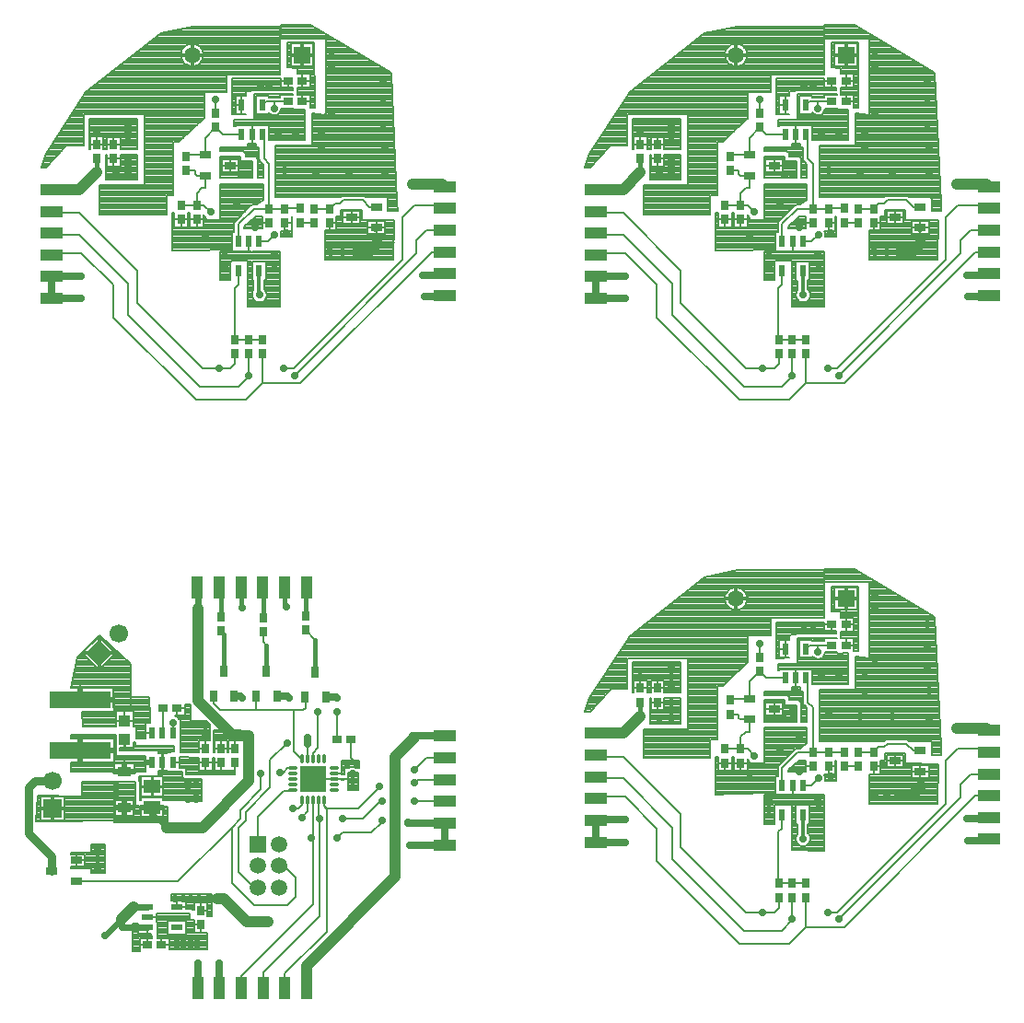
<source format=gtl>
G04 DipTrace 2.4.0.2*
%INTop.gtl*%
%MOMM*%
%ADD10C,0.25*%
%ADD13C,0.381*%
%ADD14C,1.0*%
%ADD15C,0.7*%
%ADD16C,0.2*%
%ADD17C,0.6*%
%ADD18C,0.4*%
%ADD19C,0.178*%
%ADD20C,0.65*%
%ADD21C,0.3*%
%ADD22C,0.8*%
%ADD23C,0.5*%
%ADD24C,0.33*%
%ADD29R,0.7X0.9*%
%ADD30R,1.0X1.1*%
%ADD31R,1.5X1.3*%
%ADD32R,0.9X0.7*%
%ADD33R,1.219X0.914*%
%ADD34R,1.5X1.5*%
%ADD35C,1.5*%
%ADD36C,1.7*%
%ADD37R,1.0X2.0*%
%ADD38R,1.7X1.7*%
%ADD39R,2.0X1.0*%
%ADD40R,5.7X1.6*%
%ADD42R,0.65X1.05*%
%ADD43R,1.05X0.65*%
%ADD44R,0.6X1.1*%
%ADD45R,1.1X0.6*%
%ADD46O,0.3X0.85*%
%ADD47O,0.85X0.3*%
%ADD48R,2.45X2.45*%
%FSLAX53Y53*%
G04*
G71*
G90*
G75*
G01*
%LNTop*%
%LPD*%
X20450Y41400D2*
D13*
Y43162D1*
X20316Y43296D1*
X24316D2*
Y41534D1*
X24400Y41450D1*
X28316Y43296D2*
Y41634D1*
X28450Y41500D1*
X20316Y43296D2*
Y41534D1*
X20450Y41400D1*
X16150Y23100D2*
Y22550D1*
X17500Y21200D1*
D14*
X20750D1*
X25050Y25500D1*
Y29700D1*
X23550D1*
X20400Y32850D1*
Y41350D1*
D15*
X20450Y41400D1*
X34437Y29337D2*
D16*
Y27624D1*
X34898Y27163D1*
X21266Y14718D2*
D15*
X22116D1*
D14*
X22732D1*
X24850Y12600D1*
X26800D1*
X11797Y11282D2*
D17*
X13328Y12813D1*
Y12024D1*
X15709D1*
Y13924D2*
X14439D1*
D14*
X13328Y12813D1*
X22450Y40600D2*
D18*
Y43162D1*
D19*
X22316Y43296D1*
X26350Y40500D2*
D18*
Y43262D1*
D19*
X26316Y43296D1*
X30250Y40700D2*
D18*
Y43230D1*
D19*
X30316Y43296D1*
X29961Y27581D2*
X29813D1*
X29168Y28226D1*
Y32036D1*
X30036D1*
X30250Y32250D1*
Y33258D1*
X30198D1*
X29168Y32036D2*
X25711D1*
Y33294D1*
Y32036D2*
X22364D1*
X21800Y32600D1*
Y33300D1*
X32861Y25681D2*
D16*
X30961D1*
X32098Y33258D2*
D15*
X33051D1*
X33173Y33135D1*
X27611Y33294D2*
X28569D1*
X28728Y33135D1*
X23700Y33300D2*
X24276D1*
X24441Y33135D1*
X43017Y21640D2*
Y19640D1*
Y21640D2*
X39683D1*
Y21704D1*
X39842Y19640D2*
X43017D1*
X22350Y6500D2*
Y8800D1*
X20350Y6500D2*
Y8800D1*
X27850Y17700D2*
D19*
X28262D1*
X29326Y16636D1*
Y14890D1*
X28532Y14096D1*
X25516D1*
X23452Y16160D1*
Y21240D1*
X24246Y22034D1*
Y22828D1*
X26151Y24733D1*
Y26162D1*
X27897Y26321D2*
X28215D1*
X28575Y26681D1*
X29061D1*
X9200Y16306D2*
X18517D1*
X23452Y21240D1*
X84750Y24150D2*
D15*
X86000D1*
D14*
X86850Y25000D1*
X86700Y26339D2*
D20*
X86760Y26399D1*
X82474Y24226D2*
D15*
X82550Y24150D1*
X84750Y74150D2*
X86000D1*
D14*
X86850Y75000D1*
X86700Y76339D2*
D20*
X86760Y76399D1*
X82474Y74226D2*
D15*
X82550Y74150D1*
X34750D2*
X36000D1*
D14*
X36850Y75000D1*
X36700Y76339D2*
D20*
X36760Y76399D1*
X32474Y74226D2*
D15*
X32550Y74150D1*
X25850Y19700D2*
D19*
Y22209D1*
X28215Y24574D1*
X28955D1*
X29061Y24681D1*
X31148Y35558D2*
D18*
Y38502D1*
D19*
X30250Y39400D1*
X56912Y27892D2*
X56841Y27963D1*
X56264D1*
X73756Y14794D2*
Y13856D1*
X73350Y13450D1*
X72271D1*
X70750D1*
X64750Y19450D1*
Y22450D1*
X59450Y27750D1*
X57054D1*
X56912Y27892D1*
X78250Y13450D2*
X79150D1*
X89150Y23450D1*
Y27350D1*
X90250Y28450D1*
X92750D1*
X93050Y28150D1*
X56912Y77892D2*
X56841Y77964D1*
X56263D1*
X73756Y64794D2*
Y63856D1*
X73350Y63450D1*
X72271D1*
X70750D1*
X64750Y69450D1*
Y72450D1*
X59450Y77750D1*
X57054D1*
X56912Y77892D1*
X78250Y63450D2*
X79150D1*
X89150Y73450D1*
Y77350D1*
X90250Y78450D1*
X92750D1*
X93050Y78150D1*
X6912Y77892D2*
X6841Y77964D1*
X6263D1*
X23756Y64794D2*
Y63856D1*
X23350Y63450D1*
X22271D1*
X20750D1*
X14750Y69450D1*
Y72450D1*
X9450Y77750D1*
X7054D1*
X6912Y77892D1*
X28250Y63450D2*
X29150D1*
X39150Y73450D1*
Y77350D1*
X40250Y78450D1*
X42750D1*
X43050Y78150D1*
X22750Y35600D2*
D18*
Y39000D1*
D19*
X22450Y39300D1*
X74064Y22429D2*
Y21165D1*
X73741Y20842D1*
Y16109D1*
X73756Y16094D1*
X74997D1*
X75012Y16109D1*
X76282D1*
X74064Y72429D2*
Y71165D1*
X73741Y70842D1*
Y66109D1*
X73756Y66094D1*
X74997D1*
X75012Y66109D1*
X76282D1*
X24064Y72429D2*
Y71165D1*
X23741Y70842D1*
Y66109D1*
X23756Y66094D1*
X24997D1*
X25012Y66109D1*
X26282D1*
X76282Y14809D2*
Y12082D1*
X74750Y10550D1*
X70150D1*
X62550Y18150D1*
Y21150D1*
X59650Y24050D1*
X57070D1*
X56912Y23892D1*
X76282Y12082D2*
X79782D1*
X91850Y24150D1*
X93050D1*
X76282Y64809D2*
Y62082D1*
X74750Y60550D1*
X70150D1*
X62550Y68150D1*
Y71150D1*
X59650Y74050D1*
X57070D1*
X56912Y73892D1*
X76282Y62082D2*
X79782D1*
X91850Y74150D1*
X93050D1*
X26282Y64809D2*
Y62082D1*
X24750Y60550D1*
X20150D1*
X12550Y68150D1*
Y71150D1*
X9650Y74050D1*
X7070D1*
X6912Y73892D1*
X26282Y62082D2*
X29782D1*
X41850Y74150D1*
X43050D1*
X56912Y29892D2*
D14*
X59452D1*
X90094Y30368D2*
X92832D1*
X93050Y30150D1*
X61040Y32750D2*
D18*
Y31480D1*
D14*
X59452Y29892D1*
X75964Y22429D2*
D21*
Y20164D1*
D19*
X76000Y20200D1*
X56912Y79892D2*
D14*
X59452D1*
X90094Y80368D2*
X92832D1*
X93050Y80150D1*
X61040Y82750D2*
D18*
Y81480D1*
D14*
X59452Y79892D1*
X75964Y72429D2*
D21*
Y70236D1*
D19*
X76000Y70200D1*
X6912Y79892D2*
D14*
X9452D1*
X40094Y80368D2*
X42832D1*
X43050Y80150D1*
X11040Y82750D2*
D18*
Y81480D1*
D14*
X9452Y79892D1*
X25964Y72429D2*
D21*
Y70236D1*
D19*
X26000Y70200D1*
X26661Y35594D2*
D18*
Y37989D1*
D19*
X26350Y38300D1*
Y39200D1*
X56912Y21892D2*
D15*
Y19892D1*
X59611Y19890D2*
X56914D1*
X56912Y19892D1*
X59611Y21954D2*
X56974D1*
X56912Y21892D1*
X91050Y22050D2*
X92950D1*
X93050Y22150D1*
X91150Y20050D2*
X92950D1*
X93050Y20150D1*
X56912Y71892D2*
Y69892D1*
X59611Y69890D2*
X56914D1*
X59611Y71954D2*
X56974D1*
X56912Y71892D1*
X91050Y72050D2*
X92950D1*
X93050Y72150D1*
X91150Y70050D2*
X92950D1*
X93050Y70150D1*
X6912Y71892D2*
Y69892D1*
X9611Y69890D2*
X6914D1*
X9611Y71954D2*
X6974D1*
X6912Y71892D1*
X41050Y72050D2*
X42950D1*
X43050Y72150D1*
X41150Y70050D2*
X42950D1*
X43050Y70150D1*
X6900Y17256D2*
D22*
Y18600D1*
X4800Y20700D1*
Y24925D1*
X5389Y25514D1*
X6968D1*
X6976Y25506D1*
X17103Y32182D2*
D19*
Y29961D1*
X17100D1*
X78633Y37989D2*
X77368D1*
X76593D1*
X76276Y37673D1*
X77368Y37989D2*
Y37354D1*
X71995Y38148D2*
Y36908D1*
X78633Y87989D2*
X77368D1*
X76593D1*
X76276Y87673D1*
X77368Y87989D2*
Y87354D1*
X71995Y88148D2*
Y86908D1*
X28633Y87989D2*
X27368D1*
X26593D1*
X26276Y87673D1*
X27368Y87989D2*
Y87354D1*
X21995Y88148D2*
Y86908D1*
X74377Y34973D2*
X72630D1*
X71995Y35608D1*
X69296Y32939D2*
Y33067D1*
X71042D1*
Y34655D1*
X71995Y35608D1*
X74376Y84973D2*
X72630D1*
X71995Y85608D1*
X69296Y82939D2*
Y83067D1*
X71042D1*
Y84655D1*
X71995Y85608D1*
X24376Y84973D2*
X22630D1*
X21995Y85608D1*
X19296Y82939D2*
Y83067D1*
X21042D1*
Y84655D1*
X21995Y85608D1*
X69296Y31639D2*
X70090D1*
Y31321D1*
X70249Y31162D1*
X71037D1*
X71042Y31167D1*
X68820Y28463D2*
X70249D1*
X71042Y31167D2*
Y30051D1*
X70725D1*
X70249Y29575D1*
Y28463D1*
X70884D1*
X71519Y27828D1*
X77393Y25764D2*
X76758Y25129D1*
X75964D1*
X69296Y81639D2*
X70090D1*
Y81321D1*
X70249Y81162D1*
X71037D1*
X71042Y81167D1*
X68820Y78463D2*
X70249D1*
X71042Y81167D2*
Y80051D1*
X70725D1*
X70249Y79575D1*
Y78463D1*
X70884D1*
X71519Y77828D1*
X77393Y75764D2*
X76758Y75129D1*
X75964D1*
X19296Y81639D2*
X20090D1*
Y81321D1*
X20249Y81162D1*
X21037D1*
X21042Y81167D1*
X18820Y78463D2*
X20249D1*
X21042Y81167D2*
Y80051D1*
X20725D1*
X20249Y79575D1*
Y78463D1*
X20884D1*
X21519Y77828D1*
X27393Y75764D2*
X26758Y75129D1*
X25964D1*
X75012Y14809D2*
Y12800D1*
Y12712D1*
X74050Y11750D1*
X70550D1*
X63950Y18350D1*
Y21250D1*
X59450Y25750D1*
X57054D1*
X56912Y25892D1*
X93050Y26150D2*
X91400D1*
X90450Y25200D1*
Y24000D1*
X79250Y12800D1*
X75012Y64809D2*
Y62800D1*
Y62712D1*
X74050Y61750D1*
X70550D1*
X63950Y68350D1*
Y71250D1*
X59450Y75750D1*
X57054D1*
X56912Y75892D1*
X93050Y76150D2*
X91400D1*
X90450Y75200D1*
Y74000D1*
X79250Y62800D1*
X25012Y64809D2*
Y62800D1*
Y62712D1*
X24050Y61750D1*
X20550D1*
X13950Y68350D1*
Y71250D1*
X9450Y75750D1*
X7054D1*
X6912Y75892D1*
X43050Y76150D2*
X41400D1*
X40450Y75200D1*
Y74000D1*
X29250Y62800D1*
X86760Y28299D2*
X86130D1*
X85490Y28939D1*
X83744D1*
X83426Y28622D1*
X82950D1*
X82474Y28146D1*
X81045D1*
X86760Y78299D2*
X86130D1*
X85490Y78940D1*
X83744D1*
X83426Y78622D1*
X82950D1*
X82474Y78146D1*
X81045D1*
X36760Y78299D2*
X36130D1*
X35490Y78940D1*
X33744D1*
X33426Y78622D1*
X32950D1*
X32474Y78146D1*
X31045D1*
X79775Y28176D2*
X78376D1*
X78346Y28146D1*
X76917D1*
Y32274D1*
X76440Y32750D1*
Y34809D1*
X76276Y34973D1*
X74064Y25129D2*
Y26722D1*
X75488Y28146D1*
X76917D1*
X79775Y78176D2*
X78376D1*
X78346Y78146D1*
X76917D1*
Y82274D1*
X76440Y82750D1*
Y84809D1*
X76276Y84973D1*
X74064Y75129D2*
Y76722D1*
X75488Y78146D1*
X76917D1*
X29775Y78176D2*
X28376D1*
X28346Y78146D1*
X26917D1*
Y82274D1*
X26440Y82750D1*
Y84809D1*
X26276Y84973D1*
X24064Y75129D2*
Y76722D1*
X25488Y78146D1*
X26917D1*
X81045Y26846D2*
X79804D1*
X79775Y26876D1*
X81045Y76846D2*
X79804D1*
X79775Y76876D1*
X31045Y76846D2*
X29804D1*
X29775Y76876D1*
X30461Y27581D2*
D16*
Y28896D1*
D15*
Y29500D1*
X40250D2*
X40110Y29640D1*
X43017D1*
X40250Y29500D2*
D14*
X38500Y27750D1*
Y16700D1*
X30350Y8550D1*
Y6500D1*
X25850Y15700D2*
D19*
X25499D1*
X24087Y17112D1*
Y21240D1*
X24722Y21875D1*
Y22669D1*
X26945Y24892D1*
Y27432D1*
X28532Y29020D1*
X31390Y31878D2*
Y28544D1*
X30914Y28067D1*
Y27581D1*
X30961D1*
X33137Y29337D2*
Y31878D1*
X30461Y23781D2*
Y22711D1*
X29900Y22150D1*
X18050Y30900D2*
Y29961D1*
X28350Y6500D2*
Y7814D1*
X32184Y11649D1*
Y22987D1*
X31948Y23222D1*
Y23767D1*
X31961Y23781D1*
X43017Y27640D2*
X41325D1*
X40248Y26563D1*
X37048Y25013D2*
Y24913D1*
X35098Y22963D1*
X32138D1*
X31948Y23222D1*
X43017Y25640D2*
X40553D1*
X40281Y25368D1*
X37265Y23622D2*
X37106D1*
X35518Y22034D1*
X33613D1*
X31549D2*
Y13114D1*
X26350Y7914D1*
Y6500D1*
X31461Y23781D2*
Y22122D1*
X31549Y22034D1*
X24350Y6500D2*
Y7614D1*
X30914Y14178D1*
Y20178D1*
Y23733D1*
X30961Y23781D1*
X43017Y23640D2*
X40299D1*
X40281Y23622D1*
X37265Y21875D2*
Y21717D1*
X36312Y20764D1*
X33613D1*
X33137Y20288D1*
X30804D2*
X30914Y20178D1*
X29098Y22963D2*
X29598D1*
X29961Y23326D1*
Y23781D1*
D15*
X26800Y12600D3*
X11797Y11282D3*
X26151Y26162D3*
X27897Y26321D3*
X78250Y13450D3*
X72271D3*
X78250Y63450D3*
X72271D3*
X28250D3*
X22271D3*
X59452Y29892D3*
X90094Y30368D3*
X76000Y20200D3*
X59452Y79892D3*
X90094Y80368D3*
X76000Y70200D3*
X9452Y79892D3*
X40094Y80368D3*
X26000Y70200D3*
X77368Y37354D3*
X71995Y38148D3*
X77368Y87354D3*
X71995Y88148D3*
X27368Y87354D3*
X21995Y88148D3*
X71519Y27828D3*
X77393Y25764D3*
X71519Y77828D3*
X77393Y75764D3*
X21519Y77828D3*
X27393Y75764D3*
X79250Y12800D3*
X75012D3*
X79250Y62800D3*
X75012D3*
X29250D3*
X25012D3*
X30461Y29500D3*
X40250D3*
D3*
X28532Y29020D3*
X31390Y31878D3*
X33137D3*
X29900Y22150D3*
X18050Y30900D3*
X40248Y26563D3*
X37048Y25013D3*
X40281Y25368D3*
X37265Y23622D3*
X33613Y22034D3*
X31549D3*
D3*
X40281Y23622D3*
X37265Y21875D3*
X33137Y20288D3*
X30804D3*
X29098Y22963D3*
X19417Y25423D3*
Y24629D3*
Y23835D3*
X20150Y23800D3*
X21072Y30595D3*
Y29801D3*
X24441Y33135D3*
X28728D3*
X33173D3*
X20150Y24450D3*
Y25150D3*
X11105Y19163D3*
Y18370D3*
Y17576D3*
X34566Y26162D3*
Y25527D3*
Y24892D3*
X34898Y27163D3*
X34048Y27113D3*
X21266Y14718D3*
X20450Y14700D3*
X19678Y14718D3*
X19043D3*
X18249D3*
X18408Y10431D3*
X19043D3*
X19678D3*
X20313D3*
Y11066D3*
X19678D3*
X19043D3*
X18408D3*
X63898Y35925D3*
Y35131D3*
X63900Y34350D3*
X61040Y35131D3*
X63898Y32750D3*
Y31956D3*
Y31321D3*
X62787D3*
X82550Y24150D3*
X83650D3*
X84750D3*
X76900Y39450D3*
X76100D3*
X77711Y35131D3*
X79298D3*
X75329Y33861D3*
X75050Y32100D3*
Y31250D3*
X74300Y31200D3*
X77400Y23000D3*
X77350Y23850D3*
X75647Y26399D3*
X78504Y25923D3*
X72850Y23800D3*
Y22900D3*
X75647Y29575D3*
X73900Y28463D3*
X71042Y25764D3*
X78346Y31639D3*
X81203Y31480D3*
X84220D3*
X87554Y31321D3*
Y33861D3*
X87395Y35925D3*
Y37830D3*
Y39894D3*
X81680Y33703D3*
Y35131D3*
X82632Y36719D3*
Y41323D3*
Y42593D3*
X39683Y21704D3*
X39842Y19640D3*
X59611Y21954D3*
Y19890D3*
X20350Y8800D3*
X22350D3*
X91050Y22050D3*
X91150Y20050D3*
X20450Y41400D3*
X24400Y41450D3*
X28450Y41500D3*
X63898Y85925D3*
Y85131D3*
X63900Y84350D3*
X61040Y85131D3*
X63898Y82750D3*
Y81956D3*
Y81321D3*
X62787D3*
X82550Y74150D3*
X83650D3*
X84750D3*
X76900Y89450D3*
X76100D3*
X77711Y85131D3*
X79298D3*
X75329Y83861D3*
X75050Y82100D3*
Y81250D3*
X74300Y81200D3*
X77400Y73000D3*
X77350Y73850D3*
X75647Y76399D3*
X78504Y75923D3*
X72850Y73800D3*
Y72900D3*
X75647Y79575D3*
X73900Y78463D3*
X71042Y75764D3*
X78346Y81639D3*
X81203Y81480D3*
X84220D3*
X87554Y81321D3*
Y83861D3*
X87395Y85925D3*
Y87830D3*
Y89894D3*
X81680Y83703D3*
Y85131D3*
X82632Y86719D3*
Y91323D3*
Y92593D3*
X59611Y71954D3*
Y69890D3*
X91050Y72050D3*
X91150Y70050D3*
X13898Y85925D3*
Y85131D3*
X13900Y84350D3*
X11040Y85131D3*
X13898Y82750D3*
Y81956D3*
Y81321D3*
X12787D3*
X32550Y74150D3*
X33650D3*
X34750D3*
X26900Y89450D3*
X26100D3*
X27711Y85131D3*
X29298D3*
X25329Y83861D3*
X25050Y82100D3*
Y81250D3*
X24300Y81200D3*
X27400Y73000D3*
X27350Y73850D3*
X25647Y76399D3*
X28504Y75923D3*
X22850Y73800D3*
Y72900D3*
X25647Y79575D3*
X23900Y78463D3*
X21042Y75764D3*
X28346Y81639D3*
X31203Y81480D3*
X34220D3*
X37554Y81321D3*
Y83861D3*
X37395Y85925D3*
Y87830D3*
Y89894D3*
X31680Y83703D3*
Y85131D3*
X32632Y86719D3*
Y91323D3*
Y92593D3*
X9611Y71954D3*
Y69890D3*
X41050Y72050D3*
X41150Y70050D3*
X18656Y27503D2*
D16*
X20416D1*
X21728D2*
X21844D1*
X18656Y27307D2*
X20416D1*
X21728D2*
X21844D1*
X18656Y27110D2*
X20416D1*
X21728D2*
X21844D1*
X18656Y26913D2*
X20416D1*
X21728D2*
X21844D1*
X19272Y26717D2*
X20416D1*
X21728D2*
X21844D1*
X19322Y26520D2*
X20416D1*
X21728D2*
X21844D1*
X19322Y26323D2*
X23685D1*
X19322Y26127D2*
X23685D1*
X23706Y26495D2*
X21865D1*
Y27658D1*
X21708Y27659D1*
Y26495D1*
X20436D1*
Y27672D1*
X18634Y27691D1*
X18636Y27536D1*
Y26735D1*
X19204Y26726D1*
X19287Y26675D1*
X19302Y26626D1*
Y26090D1*
X23706D1*
Y26494D1*
X23771Y27231D2*
Y26495D1*
X22501Y27231D2*
Y26495D1*
X21866Y27231D2*
X22501D1*
X21072D2*
Y26495D1*
X20437Y27231D2*
X21708D1*
X18050Y27261D2*
X18636D1*
X21854Y29980D2*
X24286D1*
X21854Y29784D2*
X24286D1*
X21854Y29587D2*
X24286D1*
X21854Y29391D2*
X24286D1*
X23181Y29241D2*
X24307D1*
X24306Y30177D1*
X21834D1*
Y28154D1*
X21891Y28161D1*
Y29241D1*
X23111D1*
Y28154D1*
X23161Y28161D1*
Y29241D1*
X23181D1*
X23771Y29240D2*
Y28531D1*
X23162D2*
X23771D1*
X22501Y29240D2*
Y28531D1*
X21891D2*
X23111D1*
X14417Y29035D2*
X14602D1*
X14417Y28838D2*
X14602D1*
X14417Y28642D2*
X18130D1*
X13207Y28445D2*
X18130D1*
X16738Y28248D2*
X18130D1*
X16723Y26282D2*
X18895D1*
X16720Y26085D2*
X18895D1*
X14963Y25888D2*
X15095D1*
X17207D2*
X18914D1*
X14954Y25692D2*
X15095D1*
X17207D2*
X20717D1*
X15007Y25495D2*
X15092D1*
X17207D2*
X20714D1*
X15007Y25298D2*
X15092D1*
X17207D2*
X20711D1*
X15007Y25102D2*
X15092D1*
X17207D2*
X20708D1*
X15007Y24905D2*
X15092D1*
X17207D2*
X20702D1*
X15007Y24708D2*
X15092D1*
X17207D2*
X20698D1*
X15007Y24512D2*
X15092D1*
X17207D2*
X20695D1*
X15007Y24315D2*
X15092D1*
X17207D2*
X20692D1*
X15007Y24118D2*
X15092D1*
X17207D2*
X20689D1*
X15007Y23922D2*
X15092D1*
X17207D2*
X20686D1*
X17779Y23725D2*
X20683D1*
X14396Y29123D2*
Y28535D1*
X13185D1*
X13186Y28316D1*
X14057Y28313D1*
X16627D1*
X16711Y28264D1*
X16727Y28212D1*
X16725Y28096D1*
X17486Y28097D1*
X17528Y28139D1*
X17573Y28154D1*
X18149Y28193D1*
X18150Y28750D1*
X14721Y28748D1*
X14637Y28797D1*
X14621Y28848D1*
Y29039D1*
X14500Y29056D1*
X14412Y29108D1*
X14451Y29080D1*
X14986Y25400D2*
Y23747D1*
X15114Y23748D1*
Y24036D1*
X17186D1*
Y23727D1*
X17651Y23726D1*
X20702Y23702D1*
X20737Y25705D1*
X19202Y25704D1*
X19104Y25722D1*
X19018Y25772D1*
X18954Y25848D1*
X18920Y25945D1*
X18916Y26190D1*
Y26344D1*
X17579Y26367D1*
X17495Y26416D1*
X17486Y26425D1*
X16704D1*
X16700Y26049D1*
X16650Y25965D1*
X16654Y25936D1*
X17186D1*
Y24064D1*
X15114D1*
Y25936D1*
X16654D1*
X16500Y25950D1*
X14946Y25946D1*
X14934Y25662D1*
X14948Y25643D1*
X14982Y25546D1*
X14986Y25400D1*
X13610Y29371D2*
D10*
Y28535D1*
X16150Y25936D2*
Y24064D1*
X15114Y25000D2*
X17186D1*
X17100Y28096D2*
Y26425D1*
X12678Y33003D2*
D16*
X15885D1*
X12678Y32807D2*
X15885D1*
X12678Y32610D2*
X15888D1*
X12678Y32413D2*
X15891D1*
X12678Y32217D2*
X15894D1*
X12678Y32020D2*
X15894D1*
X9747Y31823D2*
X12782D1*
X14437D2*
X15897D1*
X9750Y31627D2*
X12782D1*
X14437D2*
X15900D1*
X9753Y31430D2*
X12782D1*
X14437D2*
X15903D1*
X9756Y31233D2*
X12782D1*
X14437D2*
X15903D1*
X9759Y31037D2*
X12782D1*
X14437D2*
X15907D1*
X9762Y30840D2*
X12782D1*
X14437D2*
X15907D1*
X9765Y30643D2*
X12782D1*
X14437D2*
X15522D1*
X14722Y30447D2*
X15522D1*
X14718Y30250D2*
X15522D1*
X14718Y30053D2*
X15522D1*
X14718Y29857D2*
X15522D1*
X14718Y29660D2*
X15522D1*
X14718Y29463D2*
X15522D1*
X12822Y31929D2*
X14418D1*
Y30500D1*
X14600D1*
X14684Y30451D1*
X14700Y30400D1*
X14698Y29425D1*
X15545D1*
X15542Y30503D1*
Y30819D1*
X15927D1*
X15923Y31370D1*
X15900Y33200D1*
X12659D1*
X12658Y31892D1*
X9724D1*
X9750Y30500D1*
X12803D1*
X12802Y31929D1*
X12822D1*
X13610D2*
Y31071D1*
X12803D2*
X14418D1*
X9500Y33000D2*
X12658D1*
X15543Y29961D2*
X16150D1*
X8720Y29603D2*
X12782D1*
X12678Y29407D2*
X12782D1*
X12678Y29210D2*
X12782D1*
X12678Y29013D2*
X12782D1*
X12678Y28817D2*
X12782D1*
X12678Y28620D2*
X12782D1*
X12678Y28423D2*
X12782D1*
X12678Y28227D2*
X12782D1*
X12678Y28030D2*
X12782D1*
X12678Y27833D2*
X12782D1*
X12678Y27637D2*
X15522D1*
X12678Y27440D2*
X15522D1*
X12678Y27243D2*
X15522D1*
X8720Y27047D2*
X12663D1*
X14537D2*
X15522D1*
X8720Y26850D2*
X12663D1*
X14537D2*
X15522D1*
X8720Y26653D2*
X12663D1*
X14537D2*
X15522D1*
X8720Y26457D2*
X12663D1*
X14537D2*
X15522D1*
X12702Y27103D2*
X14518D1*
Y26403D1*
X15542D1*
Y27799D1*
X12900Y27800D1*
X12816Y27849D1*
X12800Y27900D1*
Y29800D1*
X8700D1*
X8702Y29408D1*
X12658D1*
Y27192D1*
X8700D1*
Y26400D1*
X12681Y26408D1*
X12682Y26873D1*
Y27103D1*
X12702D1*
X13600D2*
D23*
Y26338D1*
X12683D2*
X14517D1*
X9500Y29408D2*
Y27192D1*
Y28300D2*
X12658D1*
X15543Y27261D2*
X16150D1*
X12670Y25203D2*
D16*
X14582D1*
X12670Y25007D2*
X14582D1*
X12670Y24810D2*
X14582D1*
X12670Y24613D2*
X14582D1*
X12670Y24417D2*
X14582D1*
X12670Y24220D2*
X14582D1*
X12670Y24023D2*
X14582D1*
X12670Y23827D2*
X14582D1*
X14490Y23630D2*
X14582D1*
X14490Y23433D2*
X14582D1*
X14490Y23237D2*
X14582D1*
X14490Y23040D2*
X15119D1*
X17181D2*
X17582D1*
X14490Y22843D2*
X15119D1*
X17181D2*
X17582D1*
X14490Y22647D2*
X15119D1*
X17181D2*
X17582D1*
X14490Y22450D2*
X15119D1*
X17181D2*
X17582D1*
X12670Y22253D2*
X15119D1*
X17181D2*
X17582D1*
X12670Y22057D2*
X17582D1*
X12670Y21860D2*
X17582D1*
X17160Y23159D2*
Y22190D1*
X15140D1*
Y23193D1*
X14698Y23200D1*
X14615Y23250D1*
X14600Y23300D1*
Y25400D1*
X12650D1*
Y21750D1*
X17600D1*
X17598Y23152D1*
X17158Y23159D1*
X12750Y23779D2*
X14470D1*
Y22344D1*
X12730D1*
Y23779D1*
X12750D1*
X16150Y23100D2*
D23*
Y22190D1*
X15140Y23100D2*
X17160D1*
X13600Y23778D2*
Y22345D1*
X12731Y23062D2*
X14469D1*
X19181Y32362D2*
D16*
X19681D1*
X19181Y32165D2*
X19681D1*
X19181Y31969D2*
X19681D1*
X19181Y31772D2*
X19681D1*
X19181Y31575D2*
X19681D1*
X18521Y31379D2*
X19681D1*
X18665Y31182D2*
X19681D1*
X18809Y30985D2*
X21103D1*
X18809Y30789D2*
X21300D1*
X18809Y30592D2*
X21428D1*
X18809Y30395D2*
X21428D1*
X18809Y30199D2*
X21428D1*
X18809Y30002D2*
X21428D1*
X18809Y29805D2*
X21428D1*
X18809Y29609D2*
X21428D1*
X18809Y29412D2*
X21428D1*
X18809Y29215D2*
X20394D1*
X18809Y29019D2*
X20394D1*
X18809Y28822D2*
X20394D1*
X18809Y28625D2*
X20394D1*
X18809Y28429D2*
X20394D1*
X18809Y28232D2*
X20394D1*
X19161Y32553D2*
Y31524D1*
X18257D1*
X18339Y31491D1*
X18425Y31441D1*
X18503Y31377D1*
X18570Y31303D1*
X18625Y31220D1*
X18647Y31172D1*
X18691Y31171D1*
X18775Y31122D1*
X18791Y31071D1*
Y28154D1*
X20412D1*
X20414Y28753D1*
Y29289D1*
X21450D1*
Y30658D1*
X21107Y31000D1*
X19800D1*
X19716Y31049D1*
X19700Y31100D1*
Y32447D1*
X19659Y32528D1*
X19600Y32551D1*
X19159Y32553D1*
X18403Y32182D2*
Y31525D1*
Y32182D2*
X19161D1*
X21072Y29288D2*
Y28531D1*
X20415D2*
X21072D1*
X9726Y25253D2*
X12980D1*
X9730Y25057D2*
X12980D1*
X9733Y24860D2*
X12980D1*
X9736Y24663D2*
X12980D1*
X9739Y24467D2*
X12980D1*
X9745Y24270D2*
X12980D1*
X5658Y24073D2*
X5846D1*
X8105D2*
X8990D1*
X9711D2*
X12980D1*
X5645Y23877D2*
X5846D1*
X8105D2*
X12980D1*
X5633Y23680D2*
X5846D1*
X8105D2*
X12712D1*
X5620Y23483D2*
X5846D1*
X8105D2*
X12712D1*
X5608Y23287D2*
X5846D1*
X8105D2*
X12712D1*
X5595Y23090D2*
X5846D1*
X8105D2*
X12712D1*
X5583Y22893D2*
X5846D1*
X8105D2*
X12712D1*
X5570Y22697D2*
X5846D1*
X8105D2*
X12712D1*
X5558Y22500D2*
X5846D1*
X8105D2*
X12712D1*
X5545Y22303D2*
X5846D1*
X8105D2*
X12980D1*
X5536Y22107D2*
X5846D1*
X8105D2*
X12980D1*
X5523Y21910D2*
X5846D1*
X8105D2*
X12980D1*
X12830Y23779D2*
X13002D1*
X13000Y24750D1*
Y25450D1*
X9703D1*
X9726Y24163D1*
X9679Y24077D1*
X9624Y24061D1*
X5642Y24138D1*
X5496Y21802D1*
X6489Y21810D1*
X13000Y21850D1*
Y22347D1*
X12730Y22344D1*
Y23779D1*
X12830D1*
X5886Y24076D2*
X8086D1*
Y21856D1*
X5866D1*
Y24076D1*
X5886D1*
X6976D2*
D24*
Y21857D1*
X5867Y22966D2*
X8086D1*
X10589Y19502D2*
D16*
X11777D1*
X10589Y19305D2*
X11777D1*
X10589Y19109D2*
X11777D1*
X10586Y18912D2*
X11777D1*
X10005Y18715D2*
X11777D1*
X10005Y18519D2*
X11777D1*
X10005Y18322D2*
X11777D1*
X10005Y18125D2*
X11777D1*
X10005Y17929D2*
X11777D1*
X10005Y17732D2*
X11777D1*
X8685Y17535D2*
X11777D1*
X10589Y17339D2*
X11777D1*
X10589Y17142D2*
X11777D1*
X8664Y18791D2*
X9985D1*
Y17621D1*
X8664D1*
X8665Y17517D1*
X10470D1*
X10554Y17468D1*
X10570Y17417D1*
Y17041D1*
X11799D1*
Y19699D1*
X10570D1*
Y19005D1*
X10521Y18920D1*
X10470Y18905D1*
X8665D1*
Y18789D1*
X9200Y18790D2*
Y17621D1*
Y18206D2*
X9984D1*
X11128Y38713D2*
X11206D1*
X11321D2*
X11423D1*
X11787Y38319D2*
X11864D1*
X11984Y38123D2*
X12086D1*
X12181Y37926D2*
X12303D1*
X12375Y37729D2*
X12527D1*
X12572Y37533D2*
X12744D1*
X12731Y37336D2*
X12963D1*
X9556Y37139D2*
X9807D1*
X12718D2*
X13185D1*
X9359Y36943D2*
X9985D1*
X12540D2*
X13403D1*
X9278Y36746D2*
X10182D1*
X12343D2*
X13622D1*
X9234Y36549D2*
X10378D1*
X12147D2*
X13844D1*
X9190Y36353D2*
X10575D1*
X11950D2*
X14063D1*
X9147Y36156D2*
X10772D1*
X11753D2*
X14160D1*
X9103Y35959D2*
X10969D1*
X11556D2*
X14160D1*
X9059Y35763D2*
X14160D1*
X9015Y35566D2*
X14160D1*
X8975Y35369D2*
X14160D1*
X8931Y35173D2*
X14160D1*
X8887Y34976D2*
X14160D1*
X8843Y34779D2*
X14160D1*
X8800Y34583D2*
X14160D1*
X8756Y34386D2*
X14160D1*
X8712Y34189D2*
X14160D1*
X12631Y33993D2*
X14160D1*
X12631Y33796D2*
X14160D1*
X12631Y33599D2*
X14160D1*
X12631Y33403D2*
X14160D1*
X12631Y33206D2*
X14160D1*
X12631Y33009D2*
X14160D1*
X12631Y32813D2*
X14160D1*
X12631Y32616D2*
X14160D1*
X12631Y32419D2*
X14160D1*
X9891Y37452D2*
X11109Y38666D1*
X11180Y38702D1*
X11258Y38716D1*
X11337Y38705D1*
X11409Y38671D1*
X11489Y38597D1*
X12674Y37407D1*
X12711Y37337D1*
X12725Y37258D1*
X12714Y37179D1*
X12679Y37107D1*
X12606Y37028D1*
X11416Y35842D1*
X11345Y35805D1*
X11267Y35792D1*
X11188Y35803D1*
X11116Y35837D1*
X11036Y35910D1*
X9851Y37100D1*
X9814Y37171D1*
X9800Y37250D1*
X9811Y37328D1*
X9846Y37400D1*
X9877Y37438D1*
X9891Y37452D1*
X8663Y34060D2*
X12610D1*
Y32287D1*
X14180Y32282D1*
Y36267D1*
X11268Y38872D1*
X9290Y36895D1*
X8664Y34059D1*
X11263Y38715D2*
D24*
Y35792D1*
X9801Y37254D2*
X12724D1*
X9500Y34060D2*
D23*
Y33000D1*
X12610D1*
X34219Y26116D2*
D16*
X35079D1*
X34219Y25919D2*
X35079D1*
X34182Y25723D2*
X35079D1*
X34216Y25526D2*
X35079D1*
X34216Y25329D2*
X35079D1*
X34213Y25133D2*
X35079D1*
X34213Y24936D2*
X35079D1*
X34210Y24739D2*
X35079D1*
X33573Y25650D2*
X34096Y25663D1*
X34181Y25616D1*
X34198Y25562D1*
X34190Y24671D1*
X34889Y24674D1*
X35101D1*
X35098Y26313D1*
X34198D1*
Y25813D1*
X34149Y25728D1*
X34096Y25713D1*
X33596Y25724D1*
X33568D1*
X33572Y25661D1*
X32861Y25681D2*
X33572D1*
X33570Y27216D2*
X35127D1*
X33570Y27019D2*
X35127D1*
X33592Y26823D2*
X35127D1*
X33611Y26626D2*
X33811D1*
X33573Y26429D2*
X33793D1*
X33564Y26233D2*
X33793D1*
X33546Y26161D2*
X33540Y26110D1*
X33813Y26105D1*
X33812Y26413D1*
X33831Y26513D1*
X33818Y26466D1*
X33831Y26638D1*
X33880Y26723D1*
X33932Y26738D1*
X34286Y26731D1*
X34373Y26768D1*
X34470Y26791D1*
X34569Y26798D1*
X34669Y26789D1*
X34766Y26765D1*
X34871Y26718D1*
X35148Y26715D1*
Y27413D1*
X33551D1*
Y26873D1*
X33588Y26758D1*
X33594Y26681D1*
X33584Y26581D1*
X33552Y26490D1*
X33553Y26319D1*
X33539Y26256D1*
X33546Y26161D1*
X32861Y26181D2*
X33546D1*
X14400Y12199D2*
X14881D1*
X14400Y12002D2*
X14881D1*
X14400Y11805D2*
X14881D1*
X14400Y11609D2*
X14881D1*
X14400Y11412D2*
X16065D1*
X14400Y11215D2*
X16065D1*
X14400Y11019D2*
X14981D1*
X14400Y10822D2*
X14981D1*
X14400Y10625D2*
X14981D1*
X14400Y10429D2*
X14981D1*
X14400Y10232D2*
X14981D1*
X14400Y10035D2*
X14981D1*
X15019Y11041D2*
X16086D1*
X16085Y11462D1*
X15959Y11464D1*
X14899D1*
Y12396D1*
X14380Y12395D1*
Y9896D1*
X15002D1*
X14999Y9961D1*
Y11041D1*
X15019D1*
X15709D2*
Y10431D1*
X15000D2*
X15709D1*
Y12024D2*
Y11465D1*
X14900Y12024D2*
X15709D1*
X16565Y13103D2*
X19569D1*
X16565Y12907D2*
X19563D1*
X16565Y12710D2*
X19975D1*
X16622Y12513D2*
X17532D1*
X19287D2*
X19975D1*
X16622Y12317D2*
X17532D1*
X19287D2*
X19975D1*
X16622Y12120D2*
X17532D1*
X19287D2*
X19975D1*
X16622Y11923D2*
X17532D1*
X19287D2*
X19975D1*
X16622Y11727D2*
X17532D1*
X19287D2*
X19975D1*
X16622Y11530D2*
X17532D1*
X19287D2*
X21147D1*
X16622Y11333D2*
X21147D1*
X16622Y11137D2*
X21147D1*
X17765Y10940D2*
X21147D1*
X17765Y10743D2*
X21147D1*
X17765Y10547D2*
X21147D1*
X17765Y10350D2*
X21147D1*
X17765Y10153D2*
X21147D1*
X21166Y11571D2*
X19995D1*
Y12713D1*
X19678D1*
X19594Y12762D1*
X19578Y12817D1*
X19596Y13301D1*
X16545Y13300D1*
Y12586D1*
X16587Y12546D1*
X16603Y12495D1*
Y11067D1*
X17745D1*
Y10055D1*
X21166D1*
Y11571D1*
X17651Y12632D2*
X19267D1*
Y11416D1*
X17551D1*
Y12632D1*
X17651D1*
X20631Y12307D2*
Y11571D1*
X19995Y12307D2*
X20631D1*
X17009Y11067D2*
Y10431D1*
X17745D1*
X15709Y12974D2*
X16545D1*
X17893Y14898D2*
X21623D1*
X17893Y14701D2*
X21623D1*
X17893Y14504D2*
X21623D1*
X19238Y14308D2*
X20002D1*
X21260D2*
X21623D1*
X19238Y14111D2*
X20002D1*
X21260D2*
X21623D1*
X19238Y13914D2*
X20002D1*
X21260D2*
X21623D1*
X19792Y13718D2*
X20002D1*
X21260D2*
X21623D1*
X21260Y13521D2*
X21623D1*
X21260Y13324D2*
X21623D1*
X21260Y13128D2*
X21623D1*
X20041Y14317D2*
X21241D1*
Y13099D1*
X21367Y13080D1*
X21396Y13072D1*
X21642D1*
Y15094D1*
X17873D1*
Y14485D1*
X19219Y14484D1*
Y13734D1*
X19678D1*
X19779Y13715D1*
X19732Y13728D1*
X19873Y13707D1*
X19998Y13705D1*
X20021Y13717D1*
Y14317D1*
X20041D1*
X20631Y14316D2*
Y13607D1*
X21241D1*
X18409Y14484D2*
Y13924D1*
X19219D1*
X60366Y36264D2*
X64731D1*
X60366Y36067D2*
X64731D1*
X60366Y35870D2*
X64731D1*
X60366Y35674D2*
X64731D1*
X60366Y35477D2*
X64731D1*
X60366Y35280D2*
X64731D1*
X60366Y35084D2*
X64731D1*
X60366Y34887D2*
X64731D1*
X61671Y34690D2*
X61984D1*
X63243D2*
X64731D1*
X61671Y34494D2*
X61984D1*
X63243D2*
X64731D1*
X61671Y34297D2*
X61984D1*
X63243D2*
X64731D1*
X61671Y34100D2*
X61984D1*
X63243D2*
X64731D1*
X61671Y33904D2*
X61984D1*
X63243D2*
X64731D1*
X61671Y33707D2*
X61984D1*
X63243D2*
X64731D1*
X62023Y34745D2*
X63223D1*
Y33643D1*
X64751Y33644D1*
Y36434D1*
X60349Y36433D1*
X60346Y35560D1*
Y33644D1*
X60431D1*
X60430Y34760D1*
X61650D1*
Y33643D1*
X62003Y33645D1*
Y34745D1*
X62023D1*
X62613D2*
Y34035D1*
X62003D2*
X63222D1*
X61040Y34760D2*
Y34050D1*
X60430D2*
X61650D1*
X63243Y32930D2*
X64731D1*
X63243Y32733D2*
X64731D1*
X63243Y32536D2*
X64731D1*
X63243Y32340D2*
X64731D1*
X63243Y32143D2*
X64731D1*
X61954Y31946D2*
X64731D1*
X61954Y31750D2*
X64731D1*
X61954Y31553D2*
X64731D1*
X61954Y31356D2*
X64731D1*
X61954Y31160D2*
X64731D1*
X61954Y30963D2*
X64731D1*
X63223Y33127D2*
Y32025D1*
X62003D1*
Y33127D1*
X61934Y33126D1*
Y30786D1*
X64751D1*
Y33126D1*
X63222D1*
X62613Y32735D2*
Y32025D1*
X62003Y32735D2*
X63222D1*
X83547Y27849D2*
X83657D1*
X85265D2*
X85369D1*
X83547Y27652D2*
X83657D1*
X85265D2*
X85369D1*
X83528Y27456D2*
X83657D1*
X85265D2*
X85369D1*
X83103Y27259D2*
X83657D1*
X85265D2*
X85369D1*
X83103Y27062D2*
X83657D1*
X85265D2*
X88385D1*
X83103Y26866D2*
X83657D1*
X85265D2*
X85957D1*
X87565D2*
X88382D1*
X83103Y26669D2*
X85957D1*
X87565D2*
X88378D1*
X83103Y26472D2*
X85957D1*
X87565D2*
X88375D1*
X83103Y26276D2*
X85957D1*
X87565D2*
X88372D1*
X82100Y26079D2*
X85957D1*
X87565D2*
X88369D1*
X82100Y25882D2*
X85957D1*
X87565D2*
X88366D1*
X82097Y25686D2*
X88366D1*
X82093Y25489D2*
X88363D1*
X82090Y25292D2*
X88360D1*
X82090Y25096D2*
X88357D1*
X82087Y24899D2*
X88353D1*
X82084Y24702D2*
X88350D1*
X82084Y24506D2*
X88347D1*
X82081Y24309D2*
X88344D1*
X82078Y24112D2*
X88341D1*
X82075Y23916D2*
X88338D1*
X82075Y23719D2*
X88335D1*
X82072Y23522D2*
X88332D1*
X83109Y27412D2*
X83081Y27410D1*
X83084Y27216D1*
Y26136D1*
X82082D1*
X82051Y23450D1*
X88352Y23451D1*
X88405Y27092D1*
X85490Y27093D1*
X85406Y27142D1*
X85390Y27193D1*
Y28046D1*
X83526D1*
Y27511D1*
X83477Y27426D1*
X83426Y27411D1*
X83111D1*
X85995Y26984D2*
X87545D1*
Y25814D1*
X85975D1*
Y26984D1*
X85995D1*
X83695Y27934D2*
X85245D1*
Y26764D1*
X83675D1*
Y27934D1*
X83695D1*
X82474Y26846D2*
Y26136D1*
Y26846D2*
X83083D1*
X86760Y26984D2*
Y25815D1*
X85976Y26399D2*
X87545D1*
X84460Y27934D2*
Y26765D1*
X83676Y27349D2*
X85245D1*
X78622Y43203D2*
X78878D1*
X78622Y43007D2*
X78878D1*
X78622Y42810D2*
X78878D1*
X78622Y42613D2*
X78878D1*
X78622Y42417D2*
X78878D1*
X78622Y42220D2*
X78878D1*
X78622Y42023D2*
X78878D1*
X78622Y41827D2*
X78878D1*
X78622Y41630D2*
X78878D1*
X78625Y41433D2*
X78878D1*
X78625Y41237D2*
X81050D1*
X79512Y41040D2*
X81050D1*
X79518Y40843D2*
X81053D1*
X79518Y40647D2*
X81053D1*
X80706Y40450D2*
X81057D1*
X80706Y40253D2*
X81060D1*
X80706Y40057D2*
X81060D1*
X80706Y39860D2*
X81063D1*
X80706Y39663D2*
X81063D1*
X80706Y39467D2*
X81066D1*
X80706Y39270D2*
X81066D1*
X79518Y39073D2*
X81069D1*
X79518Y38877D2*
X81069D1*
X79518Y38680D2*
X81072D1*
X80690Y38483D2*
X81072D1*
X80690Y38287D2*
X81075D1*
X80690Y38090D2*
X81078D1*
X80690Y37893D2*
X81078D1*
X80690Y37697D2*
X81082D1*
X80690Y37500D2*
X81082D1*
X79499Y38625D2*
X80669D1*
Y37453D1*
X81103Y37454D1*
X81050Y43400D1*
X78600D1*
X78605Y41105D1*
X79401Y41100D1*
X79485Y41050D1*
X79500Y41000D1*
Y40534D1*
X80314Y40536D1*
X80686D1*
Y39264D1*
X79500D1*
Y38622D1*
X78918Y43312D2*
X80969D1*
Y41240D1*
X78898D1*
Y43312D1*
X78918D1*
X79933Y38625D2*
Y37989D1*
X80669D1*
X79933Y43311D2*
D24*
Y41240D1*
X78898Y42276D2*
X80969D1*
X79950Y40535D2*
D16*
Y39265D1*
Y39900D2*
X80685D1*
X73522Y39907D2*
X77919D1*
X73525Y39710D2*
X77919D1*
X73525Y39513D2*
X77919D1*
X73528Y39317D2*
X77919D1*
X73528Y39120D2*
X79032D1*
X73528Y38923D2*
X74732D1*
X73531Y38727D2*
X74732D1*
X73531Y38530D2*
X74732D1*
X73534Y38333D2*
X73797D1*
X73534Y38137D2*
X73797D1*
X73537Y37940D2*
X73797D1*
X73537Y37743D2*
X73797D1*
X73537Y37547D2*
X73797D1*
X73540Y37350D2*
X73797D1*
X73540Y37153D2*
X73797D1*
X73543Y36957D2*
X73797D1*
X79051Y39290D2*
X77940D1*
Y40086D1*
X73500Y40085D1*
X73512Y38601D1*
X73524Y36819D1*
X73897D1*
X74750Y36850D1*
Y36866D1*
X74636Y36863D1*
X73817D1*
Y38483D1*
X74751D1*
X74750Y38850D1*
X74799Y38934D1*
X74850Y38950D1*
X75197D1*
X75218Y38970D1*
X75304Y39019D1*
X75400Y39036D1*
X79053D1*
X79050Y39291D1*
X78650Y39900D2*
Y39290D1*
X77940Y39900D2*
X78650D1*
X74377Y38482D2*
Y36863D1*
X73817Y37673D2*
X74377D1*
X75520Y38453D2*
X75670D1*
X76882D2*
X77877D1*
X75523Y38257D2*
X75670D1*
X75523Y38060D2*
X75670D1*
X75523Y37863D2*
X75670D1*
X75523Y37667D2*
X75670D1*
X75526Y37470D2*
X75670D1*
X75526Y37273D2*
X75670D1*
X78020D2*
X79080D1*
X75526Y37077D2*
X75670D1*
X77960D2*
X80130D1*
X75526Y36880D2*
X75670D1*
X77810D2*
X80130D1*
X75529Y36683D2*
X80130D1*
X75529Y36487D2*
X80130D1*
X73703Y36290D2*
X80130D1*
X73703Y36093D2*
X80130D1*
X73703Y35897D2*
X80130D1*
X76882Y35700D2*
X80130D1*
X76882Y35503D2*
X80130D1*
X76882Y35307D2*
X80130D1*
X76882Y35110D2*
X80130D1*
X76882Y34913D2*
X80130D1*
X76882Y34717D2*
X80130D1*
X76882Y34520D2*
X80130D1*
X74973Y34127D2*
X75686D1*
X74973Y33930D2*
X75686D1*
X74973Y33733D2*
X75686D1*
X77998Y38625D2*
X79101D1*
X79100Y38650D1*
X75503D1*
X75504Y37750D1*
X75509Y36405D1*
X75461Y36320D1*
X75410Y36304D1*
X73683Y36302D1*
Y35708D1*
X73792D1*
X73791Y35808D1*
X74962Y35805D1*
X75001Y35808D1*
X76862D1*
Y34437D1*
X80151Y34438D1*
Y37253D1*
X79200Y37250D1*
X79116Y37299D1*
X79100Y37353D1*
X78004D1*
X77996Y37255D1*
X77973Y37157D1*
X77934Y37065D1*
X77882Y36980D1*
X77817Y36904D1*
X77741Y36839D1*
X77656Y36787D1*
X77564Y36749D1*
X77466Y36726D1*
X77367Y36718D1*
X77267Y36726D1*
X77170Y36750D1*
X77078Y36788D1*
X76993Y36841D1*
X76917Y36906D1*
X76863Y36970D1*
X76862Y36837D1*
X75691D1*
Y38508D1*
X76862D1*
Y38362D1*
X77371Y38363D1*
X77896Y38364D1*
X77898Y38625D1*
X77998D1*
X74962Y34139D2*
X74953Y34137D1*
Y33644D1*
X75705D1*
Y34134D1*
X75552Y34137D1*
X74972D1*
X75326Y35808D2*
Y34137D1*
X75472Y27214D2*
X76261D1*
X75244Y27017D2*
X76261D1*
X75016Y26821D2*
X76261D1*
X74785Y26624D2*
X76261D1*
X74655Y26427D2*
X76261D1*
X77988Y26034D2*
X79020D1*
X78044Y25837D2*
X79020D1*
X78035Y25641D2*
X79020D1*
X76283Y27410D2*
X76281D1*
X75684Y27411D1*
X74635Y26512D1*
Y26340D1*
X76282D1*
X76281Y27410D1*
X78981Y27412D2*
Y26110D1*
X77970D1*
X77969Y26031D1*
X77999Y25956D1*
X78022Y25859D1*
X78029Y25764D1*
X78021Y25665D1*
X77989Y25547D1*
X79039D1*
Y27411D1*
X78980D1*
X76281Y26846D2*
X76917D1*
X78346D2*
Y26110D1*
Y26846D2*
X78981D1*
X72433Y24091D2*
X77907D1*
X72433Y23894D2*
X77907D1*
X72433Y23698D2*
X77903D1*
X72433Y23501D2*
X77903D1*
X72433Y23304D2*
X73303D1*
X74934D2*
X75307D1*
X76622D2*
X77903D1*
X72433Y23107D2*
X73303D1*
X74972D2*
X75307D1*
X76622D2*
X77900D1*
X72433Y22911D2*
X73303D1*
X74972D2*
X75307D1*
X76622D2*
X77900D1*
X72433Y22714D2*
X73303D1*
X74972D2*
X75307D1*
X76622D2*
X77900D1*
X72433Y22518D2*
X73303D1*
X74972D2*
X75307D1*
X76622D2*
X77897D1*
X72433Y22321D2*
X73303D1*
X74972D2*
X75307D1*
X76622D2*
X77897D1*
X72433Y22124D2*
X73303D1*
X74972D2*
X75307D1*
X76622D2*
X77897D1*
X72433Y21927D2*
X73303D1*
X74972D2*
X75307D1*
X76622D2*
X77894D1*
X72433Y21731D2*
X73303D1*
X74972D2*
X75307D1*
X76622D2*
X77894D1*
X74972Y21534D2*
X75457D1*
X76472D2*
X77894D1*
X74972Y21338D2*
X75457D1*
X76472D2*
X77891D1*
X74972Y21141D2*
X75457D1*
X76472D2*
X77891D1*
X74972Y20944D2*
X75457D1*
X76472D2*
X77891D1*
X74972Y20747D2*
X75457D1*
X76472D2*
X77888D1*
X74972Y20551D2*
X75391D1*
X76609D2*
X77888D1*
X74972Y20354D2*
X75310D1*
X76687D2*
X77888D1*
X74972Y20157D2*
X75294D1*
X76706D2*
X77885D1*
X74972Y19961D2*
X75338D1*
X76662D2*
X77885D1*
X74972Y19764D2*
X75450D1*
X76550D2*
X77885D1*
X74968Y19567D2*
X75713D1*
X76287D2*
X77882D1*
X74968Y19371D2*
X77882D1*
X74968Y19174D2*
X77882D1*
X75293Y24242D2*
X74730D1*
X74694Y24235D1*
X72413D1*
Y21577D1*
X73324D1*
Y23224D1*
X73373Y23308D1*
X73424Y23324D1*
X74853D1*
X74937Y23275D1*
X74953Y23224D1*
X74952Y19148D1*
X77898Y19102D1*
X77906Y20201D1*
X77928Y24235D1*
X75326Y24237D1*
X75428Y23316D2*
X76601D1*
Y21543D1*
X76448D1*
X76451Y21329D1*
Y20720D1*
X76566Y20589D1*
X76616Y20503D1*
X76653Y20411D1*
X76677Y20314D1*
X76687Y20200D1*
X76679Y20100D1*
X76658Y20003D1*
X76622Y19909D1*
X76573Y19822D1*
X76512Y19743D1*
X76441Y19674D1*
X76360Y19615D1*
X76271Y19569D1*
X76176Y19536D1*
X76078Y19518D1*
X75978Y19514D1*
X75879Y19524D1*
X75782Y19549D1*
X75690Y19587D1*
X75605Y19639D1*
X75527Y19702D1*
X75460Y19776D1*
X75404Y19859D1*
X75361Y19949D1*
X75331Y20044D1*
X75316Y20143D1*
X75315Y20243D1*
X75328Y20342D1*
X75356Y20438D1*
X75397Y20529D1*
X75478Y20643D1*
Y21542D1*
X75328Y21543D1*
Y23316D1*
X75428D1*
X75014Y25129D2*
Y24243D1*
X72433Y32771D2*
X74257D1*
X72433Y32574D2*
X72538D1*
X74147D2*
X74255D1*
X72433Y32377D2*
X72538D1*
X74147D2*
X75369D1*
X72433Y32181D2*
X72538D1*
X74147D2*
X75369D1*
X72433Y31984D2*
X72538D1*
X74147D2*
X75369D1*
X72433Y31787D2*
X72538D1*
X74147D2*
X75369D1*
X72433Y31591D2*
X72538D1*
X74147D2*
X75369D1*
X72433Y31394D2*
X75369D1*
X72433Y31197D2*
X75369D1*
X72433Y31001D2*
X75369D1*
X72577Y32702D2*
X74127D1*
Y31532D1*
X72557D1*
Y32702D1*
X72577D1*
X74176Y32967D2*
X72413D1*
Y30945D1*
X75388D1*
Y32491D1*
X74377D1*
X74292Y32540D1*
X74276Y32591D1*
Y32967D1*
X74176D1*
X73342Y32702D2*
Y31533D1*
X72558Y32117D2*
X74127D1*
X72432Y30230D2*
X76320D1*
X72432Y30034D2*
X76320D1*
X72432Y29837D2*
X76320D1*
X72432Y29641D2*
X76320D1*
X72432Y29444D2*
X76320D1*
X72432Y29247D2*
X76320D1*
X72432Y29050D2*
X76320D1*
X72432Y28854D2*
X76155D1*
X72432Y28657D2*
X75908D1*
X72432Y28460D2*
X75264D1*
X72432Y28264D2*
X75058D1*
X72432Y28067D2*
X74861D1*
X72432Y27871D2*
X74664D1*
X67987Y27674D2*
X68164D1*
X69476D2*
X69592D1*
X72432D2*
X74467D1*
X67987Y27477D2*
X68164D1*
X69476D2*
X69592D1*
X72432D2*
X74270D1*
X67987Y27280D2*
X68164D1*
X69476D2*
X69592D1*
X70904D2*
X71027D1*
X72432D2*
X74074D1*
X67987Y27084D2*
X68164D1*
X69476D2*
X69592D1*
X70904D2*
X73877D1*
X67987Y26887D2*
X68164D1*
X69476D2*
X69592D1*
X70904D2*
X73708D1*
X67987Y26691D2*
X68164D1*
X69476D2*
X69592D1*
X70904D2*
X73671D1*
X67987Y26494D2*
X68164D1*
X69476D2*
X69592D1*
X70904D2*
X73671D1*
X67987Y26297D2*
X73671D1*
X67987Y26101D2*
X73671D1*
X67987Y25904D2*
X73458D1*
X67987Y25707D2*
X73458D1*
X67987Y25510D2*
X73458D1*
X67987Y25314D2*
X73458D1*
X67987Y25117D2*
X73458D1*
X67987Y24921D2*
X73458D1*
X67987Y24724D2*
X73458D1*
X67987Y24527D2*
X73458D1*
X67987Y24331D2*
X69952D1*
X69615Y27727D2*
X69613D1*
X69452D1*
X69455Y27659D1*
Y26427D1*
X68184D1*
Y27728D1*
X67967D1*
Y24281D1*
X69364Y24315D1*
X73478Y24420D1*
Y25965D1*
X73688D1*
X73689Y26722D1*
X73703Y26821D1*
X73742Y26913D1*
X73799Y26987D1*
X75223Y28411D1*
X75302Y28471D1*
X75395Y28509D1*
X75488Y28520D1*
X75760D1*
X76343Y28990D1*
X76340Y29639D1*
Y30427D1*
X72413D1*
Y27193D1*
X72364Y27109D1*
X72313Y27093D1*
X71201D1*
X71117Y27142D1*
X70978Y27417D1*
X70884Y27599D1*
Y26427D1*
X69613D1*
Y27727D1*
X70249Y27163D2*
Y26428D1*
X69613Y27163D2*
X70884D1*
X68820D2*
Y26428D1*
X68184Y27163D2*
X69455D1*
X69026Y44678D2*
X77907D1*
X68091Y44482D2*
X77907D1*
X67157Y44285D2*
X77907D1*
X66776Y44088D2*
X77907D1*
X66526Y43892D2*
X77907D1*
X66276Y43695D2*
X77907D1*
X66026Y43498D2*
X77907D1*
X65776Y43302D2*
X69673D1*
X69994D2*
X77907D1*
X65526Y43105D2*
X69192D1*
X70472D2*
X77907D1*
X65276Y42908D2*
X68995D1*
X70672D2*
X77907D1*
X65026Y42712D2*
X68873D1*
X70791D2*
X77907D1*
X64776Y42515D2*
X68807D1*
X70860D2*
X77907D1*
X64526Y42318D2*
X68779D1*
X70888D2*
X77907D1*
X64276Y42122D2*
X68789D1*
X70879D2*
X77907D1*
X64026Y41925D2*
X68839D1*
X70829D2*
X77907D1*
X63776Y41728D2*
X68936D1*
X70732D2*
X77907D1*
X63526Y41532D2*
X69095D1*
X70572D2*
X77907D1*
X63276Y41335D2*
X69382D1*
X70285D2*
X77907D1*
X63026Y41138D2*
X77907D1*
X62776Y40942D2*
X77907D1*
X62526Y40745D2*
X77907D1*
X62276Y40548D2*
X77907D1*
X62026Y40352D2*
X72986D1*
X61776Y40155D2*
X72986D1*
X61526Y39958D2*
X72986D1*
X61276Y39762D2*
X72986D1*
X61026Y39565D2*
X72986D1*
X60776Y39368D2*
X72986D1*
X60526Y39172D2*
X72986D1*
X60276Y38975D2*
X72986D1*
X60060Y38778D2*
X70923D1*
X59932Y38582D2*
X70923D1*
X59800Y38385D2*
X70923D1*
X59672Y38188D2*
X70923D1*
X59544Y37992D2*
X70923D1*
X59413Y37795D2*
X70923D1*
X59285Y37598D2*
X70923D1*
X59157Y37402D2*
X70923D1*
X59026Y37205D2*
X70923D1*
X58897Y37008D2*
X70923D1*
X58769Y36812D2*
X59807D1*
X65422D2*
X70923D1*
X58641Y36615D2*
X59807D1*
X65447D2*
X70923D1*
X58510Y36418D2*
X59807D1*
X65447D2*
X70895D1*
X58382Y36222D2*
X59807D1*
X65447D2*
X70682D1*
X58254Y36025D2*
X59807D1*
X65447D2*
X70473D1*
X58122Y35828D2*
X59807D1*
X65447D2*
X70260D1*
X57994Y35632D2*
X59807D1*
X65447D2*
X70051D1*
X57866Y35435D2*
X59807D1*
X65447D2*
X69842D1*
X57738Y35238D2*
X59807D1*
X65447D2*
X69629D1*
X57607Y35042D2*
X59807D1*
X65447D2*
X69420D1*
X57479Y34845D2*
X59807D1*
X65447D2*
X69207D1*
X57351Y34648D2*
X59807D1*
X65447D2*
X68998D1*
X57219Y34452D2*
X59807D1*
X65447D2*
X68785D1*
X57091Y34255D2*
X59807D1*
X65447D2*
X68064D1*
X56963Y34058D2*
X59807D1*
X65447D2*
X68064D1*
X56832Y33862D2*
X58185D1*
X65447D2*
X68064D1*
X56704Y33665D2*
X58004D1*
X65447D2*
X68064D1*
X56575Y33468D2*
X57823D1*
X65447D2*
X68064D1*
X56447Y33272D2*
X57642D1*
X65447D2*
X68064D1*
X56351Y33075D2*
X57461D1*
X65447D2*
X68064D1*
X56285Y32878D2*
X57276D1*
X65447D2*
X68064D1*
X56222Y32682D2*
X57095D1*
X65447D2*
X68064D1*
X56154Y32485D2*
X56914D1*
X65447D2*
X68064D1*
X56088Y32288D2*
X56732D1*
X65447D2*
X68064D1*
X56026Y32092D2*
X56551D1*
X65447D2*
X68064D1*
X65447Y31895D2*
X68064D1*
X65447Y31698D2*
X68064D1*
X65447Y31502D2*
X68064D1*
X65447Y31305D2*
X68064D1*
X65447Y31108D2*
X68064D1*
X65447Y30912D2*
X68064D1*
X65447Y30715D2*
X68064D1*
X65447Y30518D2*
X68064D1*
X65435Y30322D2*
X68064D1*
X61319Y30125D2*
X68064D1*
X61319Y29928D2*
X68064D1*
X61319Y29732D2*
X68064D1*
X61319Y29535D2*
X68064D1*
X61319Y29338D2*
X67429D1*
X61319Y29142D2*
X67429D1*
X61319Y28945D2*
X67429D1*
X61319Y28748D2*
X67429D1*
X61319Y28552D2*
X67429D1*
X61319Y28355D2*
X67429D1*
X61319Y28158D2*
X67429D1*
X61319Y27962D2*
X67429D1*
X61319Y27765D2*
X67429D1*
X70869Y42256D2*
X70857Y42117D1*
X70826Y41980D1*
X70777Y41849D1*
X70711Y41726D1*
X70629Y41613D1*
X70532Y41511D1*
X70423Y41424D1*
X70303Y41352D1*
X70174Y41298D1*
X70039Y41261D1*
X69900Y41242D1*
X69760Y41243D1*
X69622Y41262D1*
X69487Y41300D1*
X69359Y41355D1*
X69239Y41428D1*
X69130Y41515D1*
X69034Y41617D1*
X68953Y41731D1*
X68887Y41854D1*
X68839Y41986D1*
X68809Y42122D1*
X68798Y42262D1*
X68805Y42402D1*
X68832Y42539D1*
X68876Y42672D1*
X68938Y42797D1*
X69016Y42913D1*
X69110Y43017D1*
X69216Y43108D1*
X69334Y43183D1*
X69461Y43242D1*
X69594Y43284D1*
X69732Y43307D1*
X69872Y43311D1*
X70011Y43296D1*
X70147Y43263D1*
X70277Y43212D1*
X70399Y43143D1*
X70511Y43059D1*
X70611Y42961D1*
X70696Y42850D1*
X70765Y42728D1*
X70818Y42599D1*
X70852Y42463D1*
X70868Y42324D1*
X70869Y42256D1*
X56390Y31895D2*
X58270Y33930D1*
X58341Y33961D1*
X59829D1*
Y36719D1*
X59878Y36803D1*
X59929Y36819D1*
X65327D1*
X65411Y36770D1*
X65427Y36719D1*
Y30368D1*
X65378Y30284D1*
X65327Y30268D1*
X61299D1*
Y27611D1*
X67450D1*
Y29257D1*
X67498Y29341D1*
X67550Y29357D1*
X68085D1*
Y34179D1*
X68134Y34263D1*
X68185Y34279D1*
X68620D1*
X70944Y36446D1*
X70942Y38783D1*
X70991Y38867D1*
X71042Y38883D1*
X73006D1*
Y40371D1*
X73055Y40455D1*
X73106Y40471D1*
X77928D1*
Y44875D1*
X69940D1*
X66958Y44247D1*
X60074Y38831D1*
X56368Y33183D1*
X55940Y31899D1*
X56391Y31897D1*
X69833Y43311D2*
D24*
Y41240D1*
X68798Y42276D2*
X70869D1*
X77990Y44837D2*
D16*
X81006D1*
X77990Y44640D2*
X81334D1*
X77990Y44444D2*
X81662D1*
X77990Y44247D2*
X81990D1*
X77990Y44050D2*
X82318D1*
X77990Y43854D2*
X82647D1*
X82118Y43657D2*
X82975D1*
X82118Y43460D2*
X83303D1*
X82118Y43264D2*
X83631D1*
X82118Y43067D2*
X83956D1*
X82118Y42870D2*
X84284D1*
X82118Y42674D2*
X84612D1*
X82118Y42477D2*
X84940D1*
X82118Y42280D2*
X85268D1*
X82118Y42084D2*
X85596D1*
X82118Y41887D2*
X85925D1*
X82118Y41690D2*
X86253D1*
X82118Y41494D2*
X86581D1*
X82118Y41297D2*
X86906D1*
X82118Y41100D2*
X87234D1*
X82118Y40904D2*
X87562D1*
X82118Y40707D2*
X87890D1*
X82118Y40510D2*
X88087D1*
X82118Y40314D2*
X88096D1*
X82118Y40117D2*
X88106D1*
X82118Y39920D2*
X88115D1*
X82118Y39724D2*
X88125D1*
X82118Y39527D2*
X88134D1*
X82118Y39330D2*
X88143D1*
X82118Y39134D2*
X88153D1*
X82118Y38937D2*
X88162D1*
X82118Y38740D2*
X88171D1*
X82118Y38544D2*
X88181D1*
X82118Y38347D2*
X88193D1*
X82118Y38150D2*
X88203D1*
X82118Y37954D2*
X88212D1*
X82118Y37757D2*
X88221D1*
X82118Y37560D2*
X88231D1*
X82118Y37364D2*
X88240D1*
X82118Y37167D2*
X88250D1*
X82118Y36970D2*
X88259D1*
X80846Y36774D2*
X82003D1*
X82045D2*
X88268D1*
X80846Y36577D2*
X88278D1*
X80846Y36380D2*
X88287D1*
X80846Y36184D2*
X88296D1*
X80846Y35987D2*
X88306D1*
X80846Y35790D2*
X88315D1*
X80846Y35594D2*
X88325D1*
X80846Y35397D2*
X88337D1*
X80846Y35200D2*
X88346D1*
X80846Y35004D2*
X88356D1*
X80846Y34807D2*
X88365D1*
X80846Y34610D2*
X88375D1*
X80846Y34414D2*
X88384D1*
X80846Y34217D2*
X88393D1*
X80846Y34020D2*
X88403D1*
X77513Y33824D2*
X88412D1*
X77513Y33627D2*
X88421D1*
X77513Y33430D2*
X88431D1*
X77513Y33234D2*
X88440D1*
X77513Y33037D2*
X88450D1*
X77513Y32840D2*
X88459D1*
X77513Y32644D2*
X88468D1*
X77513Y32447D2*
X88478D1*
X77513Y32250D2*
X88490D1*
X77513Y32054D2*
X88500D1*
X77513Y31857D2*
X88509D1*
X77513Y31660D2*
X88518D1*
X77513Y31464D2*
X88528D1*
X77513Y31267D2*
X88537D1*
X77513Y31070D2*
X88546D1*
X77513Y30874D2*
X88556D1*
X77513Y30677D2*
X88565D1*
X77513Y30480D2*
X88575D1*
X77513Y30284D2*
X88584D1*
X77513Y30087D2*
X88593D1*
X77513Y29890D2*
X88603D1*
X77513Y29694D2*
X88612D1*
X77513Y29497D2*
X88622D1*
X77513Y29300D2*
X83625D1*
X85608D2*
X88634D1*
X87833Y29104D2*
X88643D1*
X87833Y28907D2*
X88653D1*
X87833Y28710D2*
X88662D1*
X87833Y28514D2*
X88671D1*
X87833Y28317D2*
X88681D1*
X87833Y28120D2*
X88690D1*
X83844Y29314D2*
X85490D1*
X85589Y29301D1*
X85681Y29262D1*
X85762Y29198D1*
X87713D1*
X87797Y29149D1*
X87813Y29098D1*
Y27928D1*
X88722D1*
X88685Y28622D1*
X88103Y40593D1*
X80696Y45036D1*
X78927Y45034D1*
X77969D1*
Y43805D1*
X81997D1*
X82082Y43756D1*
X82097Y43705D1*
Y36878D1*
X82048Y36793D1*
X82082Y36825D1*
X81999Y36778D1*
X80828Y36923D1*
X80827Y34020D1*
X80778Y33936D1*
X80727Y33920D1*
X77493D1*
Y29198D1*
X83471D1*
X83558Y29265D1*
X83650Y29302D1*
X83744Y29314D1*
X83844D1*
X72433Y33565D2*
X75969D1*
X74597Y33368D2*
X75969D1*
X74743Y33171D2*
X75969D1*
X74759Y32975D2*
X75969D1*
X75818Y32778D2*
X75969D1*
X75868Y32581D2*
X76003D1*
X75868Y32385D2*
X76147D1*
X75868Y32188D2*
X76319D1*
X75868Y31991D2*
X76319D1*
X75868Y31795D2*
X76319D1*
X75868Y31598D2*
X76319D1*
X75868Y31401D2*
X76319D1*
X75868Y31205D2*
X76319D1*
X75868Y31008D2*
X76319D1*
X72513Y33429D2*
X74377D1*
X74475Y33416D1*
X74566Y33376D1*
X74643Y33312D1*
X74700Y33230D1*
X74737Y33105D1*
X74739Y32952D1*
X75488Y32953D1*
X75587Y32939D1*
X75678Y32899D1*
X75755Y32836D1*
X75811Y32754D1*
X75848Y32628D1*
X75850Y31491D1*
Y30944D1*
X76340Y30945D1*
Y32210D1*
X76122Y32431D1*
X76059Y32509D1*
X76016Y32599D1*
X75990Y32733D1*
Y33759D1*
X74840Y33761D1*
X72413D1*
Y33429D1*
X72513D1*
X60366Y86264D2*
X64731D1*
X60366Y86067D2*
X64731D1*
X60366Y85870D2*
X64731D1*
X60366Y85674D2*
X64731D1*
X60366Y85477D2*
X64731D1*
X60366Y85280D2*
X64731D1*
X60366Y85084D2*
X64731D1*
X60366Y84887D2*
X64731D1*
X61671Y84690D2*
X61984D1*
X63243D2*
X64731D1*
X61671Y84494D2*
X61984D1*
X63243D2*
X64731D1*
X61671Y84297D2*
X61984D1*
X63243D2*
X64731D1*
X61671Y84100D2*
X61984D1*
X63243D2*
X64731D1*
X61671Y83904D2*
X61984D1*
X63243D2*
X64731D1*
X61671Y83707D2*
X61984D1*
X63243D2*
X64731D1*
X62023Y84745D2*
X63223D1*
Y83643D1*
X64750Y83644D1*
Y86434D1*
X60349Y86433D1*
X60346Y85560D1*
Y83644D1*
X60431D1*
X60430Y84760D1*
X61650D1*
Y83643D1*
X62003Y83645D1*
Y84745D1*
X62023D1*
X62613D2*
Y84035D1*
X62003D2*
X63222D1*
X61040Y84760D2*
Y84050D1*
X60430D2*
X61650D1*
X63243Y82930D2*
X64731D1*
X63243Y82733D2*
X64731D1*
X63243Y82536D2*
X64731D1*
X63243Y82340D2*
X64731D1*
X63243Y82143D2*
X64731D1*
X61954Y81946D2*
X64731D1*
X61954Y81750D2*
X64731D1*
X61954Y81553D2*
X64731D1*
X61954Y81356D2*
X64731D1*
X61954Y81160D2*
X64731D1*
X61954Y80963D2*
X64731D1*
X63223Y83127D2*
Y82025D1*
X62003D1*
Y83127D1*
X61934Y83126D1*
Y80786D1*
X64750D1*
Y83126D1*
X63222D1*
X62613Y82735D2*
Y82025D1*
X62003Y82735D2*
X63222D1*
X83547Y77849D2*
X83657D1*
X85265D2*
X85369D1*
X83547Y77652D2*
X83657D1*
X85265D2*
X85369D1*
X83528Y77456D2*
X83657D1*
X85265D2*
X85369D1*
X83103Y77259D2*
X83657D1*
X85265D2*
X85369D1*
X83103Y77062D2*
X83657D1*
X85265D2*
X88385D1*
X83103Y76866D2*
X83657D1*
X85265D2*
X85957D1*
X87565D2*
X88382D1*
X83103Y76669D2*
X85957D1*
X87565D2*
X88378D1*
X83103Y76472D2*
X85957D1*
X87565D2*
X88375D1*
X83103Y76276D2*
X85957D1*
X87565D2*
X88372D1*
X82100Y76079D2*
X85957D1*
X87565D2*
X88369D1*
X82100Y75882D2*
X85957D1*
X87565D2*
X88366D1*
X82097Y75686D2*
X88366D1*
X82093Y75489D2*
X88363D1*
X82090Y75292D2*
X88360D1*
X82090Y75096D2*
X88357D1*
X82087Y74899D2*
X88353D1*
X82084Y74702D2*
X88350D1*
X82084Y74506D2*
X88347D1*
X82081Y74309D2*
X88344D1*
X82078Y74112D2*
X88341D1*
X82075Y73916D2*
X88338D1*
X82075Y73719D2*
X88335D1*
X82072Y73522D2*
X88332D1*
X83109Y77412D2*
X83081Y77410D1*
X83084Y77216D1*
Y76136D1*
X82082D1*
X82051Y73450D1*
X88351Y73451D1*
X88405Y77092D1*
X85490Y77093D1*
X85406Y77142D1*
X85390Y77193D1*
Y78046D1*
X83526D1*
Y77511D1*
X83477Y77426D1*
X83426Y77411D1*
X83111D1*
X85995Y76984D2*
X87545D1*
Y75814D1*
X85975D1*
Y76984D1*
X85995D1*
X83695Y77934D2*
X85245D1*
Y76764D1*
X83675D1*
Y77934D1*
X83695D1*
X82474Y76846D2*
Y76136D1*
Y76846D2*
X83083D1*
X86760Y76984D2*
Y75815D1*
X85976Y76399D2*
X87545D1*
X84460Y77934D2*
Y76765D1*
X83676Y77349D2*
X85245D1*
X78622Y93203D2*
X78878D1*
X78622Y93007D2*
X78878D1*
X78622Y92810D2*
X78878D1*
X78622Y92613D2*
X78878D1*
X78622Y92417D2*
X78878D1*
X78622Y92220D2*
X78878D1*
X78622Y92023D2*
X78878D1*
X78622Y91827D2*
X78878D1*
X78622Y91630D2*
X78878D1*
X78625Y91433D2*
X78878D1*
X78625Y91237D2*
X81050D1*
X79512Y91040D2*
X81050D1*
X79518Y90843D2*
X81053D1*
X79518Y90647D2*
X81053D1*
X80706Y90450D2*
X81057D1*
X80706Y90253D2*
X81060D1*
X80706Y90057D2*
X81060D1*
X80706Y89860D2*
X81063D1*
X80706Y89663D2*
X81063D1*
X80706Y89467D2*
X81066D1*
X80706Y89270D2*
X81066D1*
X79518Y89073D2*
X81069D1*
X79518Y88877D2*
X81069D1*
X79518Y88680D2*
X81072D1*
X80690Y88483D2*
X81072D1*
X80690Y88287D2*
X81075D1*
X80690Y88090D2*
X81078D1*
X80690Y87893D2*
X81078D1*
X80690Y87697D2*
X81082D1*
X80690Y87500D2*
X81082D1*
X79499Y88625D2*
X80669D1*
Y87453D1*
X81103Y87454D1*
X81050Y93400D1*
X78600D1*
X78605Y91105D1*
X79401Y91100D1*
X79485Y91051D1*
X79500Y91000D1*
Y90534D1*
X80314Y90536D1*
X80686D1*
Y89264D1*
X79500D1*
Y88622D1*
X78918Y93312D2*
X80969D1*
Y91240D1*
X78898D1*
Y93312D1*
X78918D1*
X79933Y88625D2*
Y87989D1*
X80669D1*
X79933Y93311D2*
D24*
Y91241D1*
X78898Y92276D2*
X80969D1*
X79950Y90535D2*
D16*
Y89265D1*
Y89900D2*
X80685D1*
X73522Y89907D2*
X77919D1*
X73525Y89710D2*
X77919D1*
X73525Y89513D2*
X77919D1*
X73528Y89317D2*
X77919D1*
X73528Y89120D2*
X79032D1*
X73528Y88923D2*
X74732D1*
X73531Y88727D2*
X74732D1*
X73531Y88530D2*
X74732D1*
X73534Y88333D2*
X73797D1*
X73534Y88137D2*
X73797D1*
X73537Y87940D2*
X73797D1*
X73537Y87743D2*
X73797D1*
X73537Y87547D2*
X73797D1*
X73540Y87350D2*
X73797D1*
X73540Y87153D2*
X73797D1*
X73543Y86957D2*
X73797D1*
X79051Y89290D2*
X77940D1*
Y90086D1*
X73500Y90085D1*
X73512Y88601D1*
X73524Y86819D1*
X73897D1*
X74750Y86850D1*
Y86866D1*
X74636Y86863D1*
X73816D1*
Y88483D1*
X74751D1*
X74750Y88850D1*
X74799Y88934D1*
X74850Y88950D1*
X75197D1*
X75218Y88970D1*
X75304Y89019D1*
X75400Y89036D1*
X79053D1*
X79050Y89291D1*
X78650Y89900D2*
Y89290D1*
X77940Y89900D2*
X78650D1*
X74376Y88482D2*
Y86863D1*
X73817Y87673D2*
X74376D1*
X75520Y88453D2*
X75670D1*
X76882D2*
X77877D1*
X75523Y88257D2*
X75670D1*
X75523Y88060D2*
X75670D1*
X75523Y87863D2*
X75670D1*
X75523Y87667D2*
X75670D1*
X75526Y87470D2*
X75670D1*
X75526Y87273D2*
X75670D1*
X78020D2*
X79080D1*
X75526Y87077D2*
X75670D1*
X77960D2*
X80130D1*
X75526Y86880D2*
X75670D1*
X77810D2*
X80130D1*
X75529Y86683D2*
X80130D1*
X75529Y86487D2*
X80130D1*
X73703Y86290D2*
X80130D1*
X73703Y86093D2*
X80130D1*
X73703Y85897D2*
X80130D1*
X76882Y85700D2*
X80130D1*
X76882Y85503D2*
X80130D1*
X76882Y85307D2*
X80130D1*
X76882Y85110D2*
X80130D1*
X76882Y84913D2*
X80130D1*
X76882Y84717D2*
X80130D1*
X76882Y84520D2*
X80130D1*
X74973Y84127D2*
X75686D1*
X74973Y83930D2*
X75686D1*
X74973Y83733D2*
X75686D1*
X77998Y88625D2*
X79101D1*
X79100Y88650D1*
X75503D1*
X75504Y87750D1*
X75509Y86405D1*
X75461Y86320D1*
X75410Y86304D1*
X73683Y86302D1*
Y85708D1*
X73792D1*
X73791Y85808D1*
X74962Y85805D1*
X75001Y85808D1*
X76862D1*
Y84437D1*
X80151Y84438D1*
Y87253D1*
X79200Y87250D1*
X79116Y87299D1*
X79100Y87353D1*
X78003D1*
X77996Y87255D1*
X77973Y87157D1*
X77934Y87065D1*
X77882Y86980D1*
X77817Y86904D1*
X77741Y86839D1*
X77656Y86787D1*
X77564Y86749D1*
X77466Y86726D1*
X77367Y86718D1*
X77267Y86726D1*
X77170Y86750D1*
X77078Y86788D1*
X76993Y86841D1*
X76917Y86906D1*
X76863Y86970D1*
X76862Y86837D1*
X75691D1*
Y88508D1*
X76862D1*
Y88362D1*
X77371Y88364D1*
X77896D1*
X77898Y88625D1*
X77998D1*
X74962Y84139D2*
X74953Y84137D1*
Y83644D1*
X75705D1*
Y84134D1*
X75552Y84137D1*
X74972D1*
X75326Y85808D2*
Y84137D1*
X75472Y77214D2*
X76261D1*
X75244Y77017D2*
X76261D1*
X75016Y76821D2*
X76261D1*
X74785Y76624D2*
X76261D1*
X74655Y76427D2*
X76261D1*
X77988Y76034D2*
X79020D1*
X78044Y75837D2*
X79020D1*
X78035Y75641D2*
X79020D1*
X76283Y77410D2*
X76281D1*
X75684Y77411D1*
X74635Y76512D1*
Y76340D1*
X76282D1*
X76281Y77410D1*
X78981Y77412D2*
Y76110D1*
X77970D1*
X77969Y76031D1*
X77999Y75956D1*
X78022Y75859D1*
X78029Y75764D1*
X78021Y75665D1*
X77989Y75547D1*
X79039D1*
Y77411D1*
X78980D1*
X76281Y76846D2*
X76917D1*
X78346D2*
Y76110D1*
Y76846D2*
X78981D1*
X72433Y74091D2*
X77907D1*
X72433Y73894D2*
X77907D1*
X72433Y73698D2*
X77903D1*
X72433Y73501D2*
X77903D1*
X72433Y73304D2*
X73303D1*
X74934D2*
X75307D1*
X76622D2*
X77903D1*
X72433Y73108D2*
X73303D1*
X74972D2*
X75307D1*
X76622D2*
X77900D1*
X72433Y72911D2*
X73303D1*
X74972D2*
X75307D1*
X76622D2*
X77900D1*
X72433Y72714D2*
X73303D1*
X74972D2*
X75307D1*
X76622D2*
X77900D1*
X72433Y72518D2*
X73303D1*
X74972D2*
X75307D1*
X76622D2*
X77897D1*
X72433Y72321D2*
X73303D1*
X74972D2*
X75307D1*
X76622D2*
X77897D1*
X72433Y72124D2*
X73303D1*
X74972D2*
X75307D1*
X76622D2*
X77897D1*
X72433Y71928D2*
X73303D1*
X74972D2*
X75307D1*
X76622D2*
X77894D1*
X72433Y71731D2*
X73303D1*
X74972D2*
X75307D1*
X76622D2*
X77894D1*
X74972Y71534D2*
X75457D1*
X76472D2*
X77894D1*
X74972Y71338D2*
X75457D1*
X76472D2*
X77891D1*
X74972Y71141D2*
X75457D1*
X76472D2*
X77891D1*
X74972Y70944D2*
X75457D1*
X76472D2*
X77891D1*
X74972Y70748D2*
X75457D1*
X76472D2*
X77888D1*
X74972Y70551D2*
X75391D1*
X76609D2*
X77888D1*
X74972Y70354D2*
X75310D1*
X76687D2*
X77888D1*
X74972Y70158D2*
X75294D1*
X76706D2*
X77885D1*
X74972Y69961D2*
X75338D1*
X76662D2*
X77885D1*
X74972Y69764D2*
X75450D1*
X76550D2*
X77885D1*
X74968Y69568D2*
X75713D1*
X76287D2*
X77882D1*
X74968Y69371D2*
X77882D1*
X74968Y69174D2*
X77882D1*
X75293Y74243D2*
X74730D1*
X74694Y74235D1*
X72413D1*
Y71577D1*
X73324D1*
Y73224D1*
X73373Y73308D1*
X73424Y73324D1*
X74853D1*
X74937Y73275D1*
X74953Y73224D1*
X74952Y69148D1*
X77898Y69102D1*
X77906Y70201D1*
X77928Y74235D1*
X75326Y74237D1*
X75428Y73316D2*
X76601D1*
Y71543D1*
X76448D1*
X76451Y71329D1*
Y70720D1*
X76566Y70589D1*
X76616Y70503D1*
X76653Y70411D1*
X76677Y70314D1*
X76687Y70200D1*
X76679Y70100D1*
X76658Y70003D1*
X76622Y69909D1*
X76573Y69822D1*
X76512Y69743D1*
X76441Y69674D1*
X76360Y69615D1*
X76271Y69569D1*
X76176Y69536D1*
X76078Y69518D1*
X75978Y69514D1*
X75879Y69524D1*
X75782Y69549D1*
X75690Y69587D1*
X75604Y69639D1*
X75527Y69702D1*
X75460Y69776D1*
X75404Y69859D1*
X75361Y69949D1*
X75331Y70044D1*
X75316Y70143D1*
X75315Y70243D1*
X75328Y70342D1*
X75356Y70438D1*
X75397Y70529D1*
X75478Y70643D1*
Y71542D1*
X75328Y71543D1*
Y73316D1*
X75428D1*
X75014Y75129D2*
Y74243D1*
X72433Y82771D2*
X74257D1*
X72433Y82574D2*
X72538D1*
X74147D2*
X74255D1*
X72433Y82377D2*
X72538D1*
X74147D2*
X75369D1*
X72433Y82181D2*
X72538D1*
X74147D2*
X75369D1*
X72433Y81984D2*
X72538D1*
X74147D2*
X75369D1*
X72433Y81787D2*
X72538D1*
X74147D2*
X75369D1*
X72433Y81591D2*
X72538D1*
X74147D2*
X75369D1*
X72433Y81394D2*
X75369D1*
X72433Y81197D2*
X75369D1*
X72433Y81001D2*
X75369D1*
X72577Y82702D2*
X74127D1*
Y81532D1*
X72557D1*
Y82702D1*
X72577D1*
X74176Y82967D2*
X72413D1*
Y80945D1*
X75388D1*
Y82491D1*
X74376D1*
X74292Y82540D1*
X74276Y82591D1*
Y82967D1*
X74176D1*
X73342Y82702D2*
Y81533D1*
X72558Y82117D2*
X74127D1*
X72432Y80231D2*
X76320D1*
X72432Y80034D2*
X76320D1*
X72432Y79837D2*
X76320D1*
X72432Y79641D2*
X76320D1*
X72432Y79444D2*
X76320D1*
X72432Y79247D2*
X76320D1*
X72432Y79051D2*
X76320D1*
X72432Y78854D2*
X76155D1*
X72432Y78657D2*
X75908D1*
X72432Y78461D2*
X75264D1*
X72432Y78264D2*
X75058D1*
X72432Y78067D2*
X74861D1*
X72432Y77871D2*
X74664D1*
X67987Y77674D2*
X68164D1*
X69476D2*
X69592D1*
X72432D2*
X74467D1*
X67987Y77477D2*
X68164D1*
X69476D2*
X69592D1*
X72432D2*
X74270D1*
X67987Y77281D2*
X68164D1*
X69476D2*
X69592D1*
X70904D2*
X71027D1*
X72432D2*
X74074D1*
X67987Y77084D2*
X68164D1*
X69476D2*
X69592D1*
X70904D2*
X73877D1*
X67987Y76887D2*
X68164D1*
X69476D2*
X69592D1*
X70904D2*
X73708D1*
X67987Y76691D2*
X68164D1*
X69476D2*
X69592D1*
X70904D2*
X73670D1*
X67987Y76494D2*
X68164D1*
X69476D2*
X69592D1*
X70904D2*
X73670D1*
X67987Y76297D2*
X73670D1*
X67987Y76101D2*
X73670D1*
X67987Y75904D2*
X73458D1*
X67987Y75707D2*
X73458D1*
X67987Y75511D2*
X73458D1*
X67987Y75314D2*
X73458D1*
X67987Y75117D2*
X73458D1*
X67987Y74921D2*
X73458D1*
X67987Y74724D2*
X73458D1*
X67987Y74527D2*
X73458D1*
X67987Y74331D2*
X69952D1*
X69615Y77727D2*
X69613D1*
X69452D1*
X69455Y77659D1*
Y76427D1*
X68184D1*
Y77728D1*
X67967D1*
Y74281D1*
X69364Y74315D1*
X73478Y74420D1*
Y75965D1*
X73688D1*
X73689Y76722D1*
X73703Y76821D1*
X73742Y76913D1*
X73799Y76987D1*
X75223Y78411D1*
X75302Y78471D1*
X75395Y78509D1*
X75488Y78520D1*
X75760D1*
X76343Y78990D1*
X76340Y79640D1*
Y80427D1*
X72413D1*
Y77193D1*
X72364Y77109D1*
X72313Y77093D1*
X71201D1*
X71117Y77142D1*
X70978Y77417D1*
X70884Y77599D1*
Y76427D1*
X69613D1*
Y77727D1*
X70249Y77163D2*
Y76428D1*
X69613Y77163D2*
X70884D1*
X68820D2*
Y76428D1*
X68184Y77163D2*
X69455D1*
X69025Y94678D2*
X77907D1*
X68091Y94482D2*
X77907D1*
X67157Y94285D2*
X77907D1*
X66775Y94088D2*
X77907D1*
X66525Y93892D2*
X77907D1*
X66275Y93695D2*
X77907D1*
X66025Y93498D2*
X77907D1*
X65775Y93302D2*
X69673D1*
X69994D2*
X77907D1*
X65525Y93105D2*
X69192D1*
X70472D2*
X77907D1*
X65275Y92908D2*
X68995D1*
X70672D2*
X77907D1*
X65025Y92712D2*
X68873D1*
X70791D2*
X77907D1*
X64775Y92515D2*
X68807D1*
X70860D2*
X77907D1*
X64525Y92318D2*
X68779D1*
X70888D2*
X77907D1*
X64275Y92122D2*
X68789D1*
X70879D2*
X77907D1*
X64025Y91925D2*
X68839D1*
X70829D2*
X77907D1*
X63775Y91728D2*
X68935D1*
X70732D2*
X77907D1*
X63525Y91532D2*
X69095D1*
X70572D2*
X77907D1*
X63275Y91335D2*
X69382D1*
X70285D2*
X77907D1*
X63025Y91138D2*
X77907D1*
X62775Y90942D2*
X77907D1*
X62525Y90745D2*
X77907D1*
X62275Y90548D2*
X77907D1*
X62025Y90352D2*
X72985D1*
X61775Y90155D2*
X72985D1*
X61525Y89958D2*
X72985D1*
X61275Y89762D2*
X72985D1*
X61025Y89565D2*
X72985D1*
X60775Y89368D2*
X72985D1*
X60525Y89172D2*
X72985D1*
X60275Y88975D2*
X72985D1*
X60060Y88778D2*
X70923D1*
X59932Y88582D2*
X70923D1*
X59800Y88385D2*
X70923D1*
X59672Y88188D2*
X70923D1*
X59544Y87992D2*
X70923D1*
X59413Y87795D2*
X70923D1*
X59285Y87598D2*
X70923D1*
X59157Y87402D2*
X70923D1*
X59025Y87205D2*
X70923D1*
X58897Y87008D2*
X70923D1*
X58769Y86812D2*
X59807D1*
X65422D2*
X70923D1*
X58641Y86615D2*
X59807D1*
X65447D2*
X70923D1*
X58510Y86418D2*
X59807D1*
X65447D2*
X70895D1*
X58382Y86222D2*
X59807D1*
X65447D2*
X70682D1*
X58254Y86025D2*
X59807D1*
X65447D2*
X70473D1*
X58122Y85828D2*
X59807D1*
X65447D2*
X70260D1*
X57994Y85632D2*
X59807D1*
X65447D2*
X70051D1*
X57866Y85435D2*
X59807D1*
X65447D2*
X69842D1*
X57738Y85238D2*
X59807D1*
X65447D2*
X69629D1*
X57607Y85042D2*
X59807D1*
X65447D2*
X69420D1*
X57479Y84845D2*
X59807D1*
X65447D2*
X69207D1*
X57350Y84648D2*
X59807D1*
X65447D2*
X68998D1*
X57219Y84452D2*
X59807D1*
X65447D2*
X68785D1*
X57091Y84255D2*
X59807D1*
X65447D2*
X68064D1*
X56963Y84058D2*
X59807D1*
X65447D2*
X68064D1*
X56832Y83862D2*
X58185D1*
X65447D2*
X68064D1*
X56704Y83665D2*
X58004D1*
X65447D2*
X68064D1*
X56575Y83468D2*
X57823D1*
X65447D2*
X68064D1*
X56447Y83272D2*
X57642D1*
X65447D2*
X68064D1*
X56350Y83075D2*
X57460D1*
X65447D2*
X68064D1*
X56285Y82878D2*
X57276D1*
X65447D2*
X68064D1*
X56222Y82682D2*
X57095D1*
X65447D2*
X68064D1*
X56154Y82485D2*
X56914D1*
X65447D2*
X68064D1*
X56088Y82288D2*
X56732D1*
X65447D2*
X68064D1*
X56025Y82092D2*
X56551D1*
X65447D2*
X68064D1*
X65447Y81895D2*
X68064D1*
X65447Y81698D2*
X68064D1*
X65447Y81502D2*
X68064D1*
X65447Y81305D2*
X68064D1*
X65447Y81108D2*
X68064D1*
X65447Y80912D2*
X68064D1*
X65447Y80715D2*
X68064D1*
X65447Y80518D2*
X68064D1*
X65435Y80322D2*
X68064D1*
X61319Y80125D2*
X68064D1*
X61319Y79928D2*
X68064D1*
X61319Y79732D2*
X68064D1*
X61319Y79535D2*
X68064D1*
X61319Y79338D2*
X67429D1*
X61319Y79142D2*
X67429D1*
X61319Y78945D2*
X67429D1*
X61319Y78748D2*
X67429D1*
X61319Y78552D2*
X67429D1*
X61319Y78355D2*
X67429D1*
X61319Y78158D2*
X67429D1*
X61319Y77962D2*
X67429D1*
X61319Y77765D2*
X67429D1*
X70869Y92256D2*
X70857Y92117D1*
X70826Y91980D1*
X70777Y91849D1*
X70711Y91726D1*
X70629Y91613D1*
X70532Y91511D1*
X70423Y91424D1*
X70303Y91353D1*
X70174Y91298D1*
X70039Y91261D1*
X69900Y91242D1*
X69760Y91243D1*
X69622Y91262D1*
X69487Y91300D1*
X69359Y91355D1*
X69239Y91428D1*
X69130Y91515D1*
X69034Y91617D1*
X68953Y91731D1*
X68887Y91854D1*
X68839Y91986D1*
X68809Y92122D1*
X68798Y92262D1*
X68805Y92402D1*
X68831Y92539D1*
X68876Y92672D1*
X68938Y92797D1*
X69016Y92913D1*
X69110Y93017D1*
X69216Y93108D1*
X69334Y93183D1*
X69461Y93242D1*
X69594Y93284D1*
X69732Y93307D1*
X69872Y93311D1*
X70011Y93296D1*
X70147Y93263D1*
X70277Y93212D1*
X70399Y93143D1*
X70511Y93059D1*
X70610Y92961D1*
X70696Y92850D1*
X70765Y92728D1*
X70818Y92599D1*
X70852Y92463D1*
X70868Y92324D1*
X70869Y92256D1*
X56390Y81895D2*
X58270Y83930D1*
X58341Y83961D1*
X59829D1*
Y86719D1*
X59878Y86803D1*
X59929Y86819D1*
X65327D1*
X65411Y86770D1*
X65427Y86719D1*
Y80368D1*
X65378Y80284D1*
X65327Y80268D1*
X61299D1*
Y77611D1*
X67450D1*
Y79257D1*
X67498Y79341D1*
X67550Y79357D1*
X68085D1*
Y84179D1*
X68134Y84263D1*
X68185Y84279D1*
X68620D1*
X70944Y86446D1*
X70942Y88783D1*
X70991Y88867D1*
X71042Y88883D1*
X73006D1*
Y90371D1*
X73055Y90455D1*
X73106Y90471D1*
X77928D1*
Y94875D1*
X69940D1*
X66958Y94247D1*
X60074Y88831D1*
X56368Y83183D1*
X55940Y81899D1*
X56391Y81897D1*
X69833Y93311D2*
D24*
Y91241D1*
X68798Y92276D2*
X70869D1*
X77990Y94837D2*
D16*
X81006D1*
X77990Y94640D2*
X81334D1*
X77990Y94444D2*
X81662D1*
X77990Y94247D2*
X81990D1*
X77990Y94050D2*
X82318D1*
X77990Y93854D2*
X82646D1*
X82118Y93657D2*
X82975D1*
X82118Y93460D2*
X83303D1*
X82118Y93264D2*
X83631D1*
X82118Y93067D2*
X83956D1*
X82118Y92870D2*
X84284D1*
X82118Y92674D2*
X84612D1*
X82118Y92477D2*
X84940D1*
X82118Y92280D2*
X85268D1*
X82118Y92084D2*
X85596D1*
X82118Y91887D2*
X85925D1*
X82118Y91690D2*
X86253D1*
X82118Y91494D2*
X86581D1*
X82118Y91297D2*
X86906D1*
X82118Y91100D2*
X87234D1*
X82118Y90904D2*
X87562D1*
X82118Y90707D2*
X87890D1*
X82118Y90510D2*
X88087D1*
X82118Y90314D2*
X88096D1*
X82118Y90117D2*
X88106D1*
X82118Y89920D2*
X88115D1*
X82118Y89724D2*
X88125D1*
X82118Y89527D2*
X88134D1*
X82118Y89330D2*
X88143D1*
X82118Y89134D2*
X88153D1*
X82118Y88937D2*
X88162D1*
X82118Y88740D2*
X88171D1*
X82118Y88544D2*
X88181D1*
X82118Y88347D2*
X88193D1*
X82118Y88150D2*
X88203D1*
X82118Y87954D2*
X88212D1*
X82118Y87757D2*
X88221D1*
X82118Y87560D2*
X88231D1*
X82118Y87364D2*
X88240D1*
X82118Y87167D2*
X88250D1*
X82118Y86970D2*
X88259D1*
X80846Y86774D2*
X82003D1*
X82045D2*
X88268D1*
X80846Y86577D2*
X88278D1*
X80846Y86380D2*
X88287D1*
X80846Y86184D2*
X88296D1*
X80846Y85987D2*
X88306D1*
X80846Y85790D2*
X88315D1*
X80846Y85594D2*
X88325D1*
X80846Y85397D2*
X88337D1*
X80846Y85200D2*
X88346D1*
X80846Y85004D2*
X88356D1*
X80846Y84807D2*
X88365D1*
X80846Y84610D2*
X88375D1*
X80846Y84414D2*
X88384D1*
X80846Y84217D2*
X88393D1*
X80846Y84020D2*
X88403D1*
X77513Y83824D2*
X88412D1*
X77513Y83627D2*
X88421D1*
X77513Y83430D2*
X88431D1*
X77513Y83234D2*
X88440D1*
X77513Y83037D2*
X88450D1*
X77513Y82840D2*
X88459D1*
X77513Y82644D2*
X88468D1*
X77513Y82447D2*
X88478D1*
X77513Y82250D2*
X88490D1*
X77513Y82054D2*
X88500D1*
X77513Y81857D2*
X88509D1*
X77513Y81660D2*
X88518D1*
X77513Y81464D2*
X88528D1*
X77513Y81267D2*
X88537D1*
X77513Y81070D2*
X88546D1*
X77513Y80874D2*
X88556D1*
X77513Y80677D2*
X88565D1*
X77513Y80480D2*
X88575D1*
X77513Y80284D2*
X88584D1*
X77513Y80087D2*
X88593D1*
X77513Y79890D2*
X88603D1*
X77513Y79694D2*
X88612D1*
X77513Y79497D2*
X88621D1*
X77513Y79300D2*
X83625D1*
X85608D2*
X88634D1*
X87833Y79104D2*
X88643D1*
X87833Y78907D2*
X88653D1*
X87833Y78710D2*
X88662D1*
X87833Y78514D2*
X88671D1*
X87833Y78317D2*
X88681D1*
X87833Y78120D2*
X88690D1*
X83844Y79314D2*
X85490D1*
X85589Y79301D1*
X85681Y79262D1*
X85762Y79198D1*
X87713D1*
X87797Y79149D1*
X87813Y79098D1*
Y77928D1*
X88722D1*
X88685Y78622D1*
X88103Y90593D1*
X80696Y95036D1*
X78927Y95034D1*
X77969D1*
Y93805D1*
X81997D1*
X82082Y93756D1*
X82097Y93705D1*
Y86878D1*
X82048Y86793D1*
X82082Y86825D1*
X81999Y86778D1*
X80828Y86923D1*
X80827Y84020D1*
X80778Y83936D1*
X80727Y83920D1*
X77493D1*
Y79198D1*
X83471D1*
X83558Y79265D1*
X83650Y79302D1*
X83744Y79314D1*
X83844D1*
X72433Y83565D2*
X75969D1*
X74597Y83368D2*
X75969D1*
X74743Y83171D2*
X75969D1*
X74759Y82975D2*
X75969D1*
X75818Y82778D2*
X75969D1*
X75868Y82581D2*
X76003D1*
X75868Y82385D2*
X76147D1*
X75868Y82188D2*
X76319D1*
X75868Y81991D2*
X76319D1*
X75868Y81795D2*
X76319D1*
X75868Y81598D2*
X76319D1*
X75868Y81401D2*
X76319D1*
X75868Y81205D2*
X76319D1*
X75868Y81008D2*
X76319D1*
X72513Y83429D2*
X74376D1*
X74475Y83416D1*
X74566Y83376D1*
X74643Y83312D1*
X74700Y83230D1*
X74737Y83105D1*
X74738Y82952D1*
X75488Y82953D1*
X75587Y82939D1*
X75678Y82899D1*
X75755Y82836D1*
X75811Y82754D1*
X75848Y82628D1*
X75850Y81491D1*
Y80944D1*
X76340Y80945D1*
Y82210D1*
X76122Y82431D1*
X76059Y82509D1*
X76016Y82599D1*
X75990Y82733D1*
Y83759D1*
X74840Y83761D1*
X72413D1*
Y83429D1*
X72513D1*
X10366Y86264D2*
X14731D1*
X10366Y86067D2*
X14731D1*
X10366Y85870D2*
X14731D1*
X10366Y85674D2*
X14731D1*
X10366Y85477D2*
X14731D1*
X10366Y85280D2*
X14731D1*
X10366Y85084D2*
X14731D1*
X10366Y84887D2*
X14731D1*
X11671Y84690D2*
X11984D1*
X13243D2*
X14731D1*
X11671Y84494D2*
X11984D1*
X13243D2*
X14731D1*
X11671Y84297D2*
X11984D1*
X13243D2*
X14731D1*
X11671Y84100D2*
X11984D1*
X13243D2*
X14731D1*
X11671Y83904D2*
X11984D1*
X13243D2*
X14731D1*
X11671Y83707D2*
X11984D1*
X13243D2*
X14731D1*
X12023Y84745D2*
X13223D1*
Y83643D1*
X14750Y83644D1*
Y86434D1*
X10349Y86433D1*
X10346Y85560D1*
Y83644D1*
X10431D1*
X10430Y84760D1*
X11650D1*
Y83643D1*
X12003Y83645D1*
Y84745D1*
X12023D1*
X12613D2*
Y84035D1*
X12003D2*
X13222D1*
X11040Y84760D2*
Y84050D1*
X10430D2*
X11650D1*
X13243Y82930D2*
X14731D1*
X13243Y82733D2*
X14731D1*
X13243Y82536D2*
X14731D1*
X13243Y82340D2*
X14731D1*
X13243Y82143D2*
X14731D1*
X11954Y81946D2*
X14731D1*
X11954Y81750D2*
X14731D1*
X11954Y81553D2*
X14731D1*
X11954Y81356D2*
X14731D1*
X11954Y81160D2*
X14731D1*
X11954Y80963D2*
X14731D1*
X13223Y83127D2*
Y82025D1*
X12003D1*
Y83127D1*
X11934Y83126D1*
Y80786D1*
X14750D1*
Y83126D1*
X13222D1*
X12613Y82735D2*
Y82025D1*
X12003Y82735D2*
X13222D1*
X33547Y77849D2*
X33657D1*
X35265D2*
X35369D1*
X33547Y77652D2*
X33657D1*
X35265D2*
X35369D1*
X33528Y77456D2*
X33657D1*
X35265D2*
X35369D1*
X33103Y77259D2*
X33657D1*
X35265D2*
X35369D1*
X33103Y77062D2*
X33657D1*
X35265D2*
X38385D1*
X33103Y76866D2*
X33657D1*
X35265D2*
X35957D1*
X37565D2*
X38382D1*
X33103Y76669D2*
X35957D1*
X37565D2*
X38378D1*
X33103Y76472D2*
X35957D1*
X37565D2*
X38375D1*
X33103Y76276D2*
X35957D1*
X37565D2*
X38372D1*
X32100Y76079D2*
X35957D1*
X37565D2*
X38369D1*
X32100Y75882D2*
X35957D1*
X37565D2*
X38366D1*
X32097Y75686D2*
X38366D1*
X32093Y75489D2*
X38363D1*
X32090Y75292D2*
X38360D1*
X32090Y75096D2*
X38357D1*
X32087Y74899D2*
X38353D1*
X32084Y74702D2*
X38350D1*
X32084Y74506D2*
X38347D1*
X32081Y74309D2*
X38344D1*
X32078Y74112D2*
X38341D1*
X32075Y73916D2*
X38338D1*
X32075Y73719D2*
X38335D1*
X32072Y73522D2*
X38332D1*
X33109Y77412D2*
X33081Y77410D1*
X33084Y77216D1*
Y76136D1*
X32082D1*
X32051Y73450D1*
X38351Y73451D1*
X38405Y77092D1*
X35490Y77093D1*
X35406Y77142D1*
X35390Y77193D1*
Y78046D1*
X33526D1*
Y77511D1*
X33477Y77426D1*
X33426Y77411D1*
X33111D1*
X35995Y76984D2*
X37545D1*
Y75814D1*
X35975D1*
Y76984D1*
X35995D1*
X33695Y77934D2*
X35245D1*
Y76764D1*
X33675D1*
Y77934D1*
X33695D1*
X32474Y76846D2*
Y76136D1*
Y76846D2*
X33083D1*
X36760Y76984D2*
Y75815D1*
X35976Y76399D2*
X37545D1*
X34460Y77934D2*
Y76765D1*
X33676Y77349D2*
X35245D1*
X28622Y93203D2*
X28878D1*
X28622Y93007D2*
X28878D1*
X28622Y92810D2*
X28878D1*
X28622Y92613D2*
X28878D1*
X28622Y92417D2*
X28878D1*
X28622Y92220D2*
X28878D1*
X28622Y92023D2*
X28878D1*
X28622Y91827D2*
X28878D1*
X28622Y91630D2*
X28878D1*
X28625Y91433D2*
X28878D1*
X28625Y91237D2*
X31050D1*
X29512Y91040D2*
X31050D1*
X29518Y90843D2*
X31053D1*
X29518Y90647D2*
X31053D1*
X30706Y90450D2*
X31057D1*
X30706Y90253D2*
X31060D1*
X30706Y90057D2*
X31060D1*
X30706Y89860D2*
X31063D1*
X30706Y89663D2*
X31063D1*
X30706Y89467D2*
X31066D1*
X30706Y89270D2*
X31066D1*
X29518Y89073D2*
X31069D1*
X29518Y88877D2*
X31069D1*
X29518Y88680D2*
X31072D1*
X30690Y88483D2*
X31072D1*
X30690Y88287D2*
X31075D1*
X30690Y88090D2*
X31078D1*
X30690Y87893D2*
X31078D1*
X30690Y87697D2*
X31082D1*
X30690Y87500D2*
X31082D1*
X29499Y88625D2*
X30669D1*
Y87453D1*
X31103Y87454D1*
X31050Y93400D1*
X28600D1*
X28605Y91105D1*
X29401Y91100D1*
X29485Y91050D1*
X29500Y91000D1*
Y90534D1*
X30314Y90536D1*
X30686D1*
Y89264D1*
X29500D1*
Y88622D1*
X28918Y93312D2*
X30969D1*
Y91240D1*
X28898D1*
Y93312D1*
X28918D1*
X29933Y88625D2*
Y87989D1*
X30669D1*
X29933Y93311D2*
D24*
Y91240D1*
X28898Y92276D2*
X30969D1*
X29950Y90535D2*
D16*
Y89265D1*
Y89900D2*
X30685D1*
X23522Y89907D2*
X27919D1*
X23525Y89710D2*
X27919D1*
X23525Y89513D2*
X27919D1*
X23528Y89317D2*
X27919D1*
X23528Y89120D2*
X29032D1*
X23528Y88923D2*
X24732D1*
X23531Y88727D2*
X24732D1*
X23531Y88530D2*
X24732D1*
X23534Y88333D2*
X23797D1*
X23534Y88137D2*
X23797D1*
X23537Y87940D2*
X23797D1*
X23537Y87743D2*
X23797D1*
X23537Y87547D2*
X23797D1*
X23540Y87350D2*
X23797D1*
X23540Y87153D2*
X23797D1*
X23543Y86957D2*
X23797D1*
X29051Y89290D2*
X27940D1*
Y90086D1*
X23500Y90085D1*
X23512Y88601D1*
X23524Y86819D1*
X23897D1*
X24750Y86850D1*
Y86866D1*
X24636Y86863D1*
X23816D1*
Y88483D1*
X24751D1*
X24750Y88850D1*
X24799Y88934D1*
X24850Y88950D1*
X25197D1*
X25218Y88970D1*
X25304Y89019D1*
X25400Y89036D1*
X29053D1*
X29050Y89291D1*
X28650Y89900D2*
Y89290D1*
X27940Y89900D2*
X28650D1*
X24376Y88482D2*
Y86863D1*
X23817Y87673D2*
X24376D1*
X25520Y88453D2*
X25670D1*
X26882D2*
X27877D1*
X25523Y88257D2*
X25670D1*
X25523Y88060D2*
X25670D1*
X25523Y87863D2*
X25670D1*
X25523Y87667D2*
X25670D1*
X25526Y87470D2*
X25670D1*
X25526Y87273D2*
X25670D1*
X28020D2*
X29080D1*
X25526Y87077D2*
X25670D1*
X27960D2*
X30130D1*
X25526Y86880D2*
X25670D1*
X27810D2*
X30130D1*
X25529Y86683D2*
X30130D1*
X25529Y86487D2*
X30130D1*
X23703Y86290D2*
X30130D1*
X23703Y86093D2*
X30130D1*
X23703Y85897D2*
X30130D1*
X26882Y85700D2*
X30130D1*
X26882Y85503D2*
X30130D1*
X26882Y85307D2*
X30130D1*
X26882Y85110D2*
X30130D1*
X26882Y84913D2*
X30130D1*
X26882Y84717D2*
X30130D1*
X26882Y84520D2*
X30130D1*
X24973Y84127D2*
X25686D1*
X24973Y83930D2*
X25686D1*
X24973Y83733D2*
X25686D1*
X27998Y88625D2*
X29101D1*
X29100Y88650D1*
X25503D1*
X25504Y87750D1*
X25509Y86405D1*
X25461Y86320D1*
X25410Y86304D1*
X23683Y86302D1*
Y85708D1*
X23792D1*
X23791Y85808D1*
X24962Y85805D1*
X25001Y85808D1*
X26862D1*
Y84437D1*
X30151Y84438D1*
Y87253D1*
X29200Y87250D1*
X29116Y87299D1*
X29100Y87353D1*
X28003D1*
X27996Y87255D1*
X27973Y87157D1*
X27934Y87065D1*
X27882Y86980D1*
X27817Y86904D1*
X27741Y86839D1*
X27656Y86787D1*
X27564Y86749D1*
X27466Y86726D1*
X27367Y86718D1*
X27267Y86726D1*
X27170Y86750D1*
X27078Y86788D1*
X26993Y86841D1*
X26917Y86906D1*
X26863Y86970D1*
X26862Y86837D1*
X25691D1*
Y88508D1*
X26862D1*
Y88362D1*
X27371Y88364D1*
X27896D1*
X27898Y88625D1*
X27998D1*
X24962Y84139D2*
X24953Y84137D1*
Y83644D1*
X25705D1*
Y84134D1*
X25552Y84137D1*
X24972D1*
X25326Y85808D2*
Y84137D1*
X25472Y77214D2*
X26261D1*
X25244Y77017D2*
X26261D1*
X25016Y76821D2*
X26261D1*
X24785Y76624D2*
X26261D1*
X24655Y76427D2*
X26261D1*
X27988Y76034D2*
X29020D1*
X28044Y75837D2*
X29020D1*
X28035Y75641D2*
X29020D1*
X26283Y77410D2*
X26281D1*
X25684Y77411D1*
X24635Y76512D1*
Y76340D1*
X26282D1*
X26281Y77410D1*
X28981Y77412D2*
Y76110D1*
X27970D1*
X27969Y76031D1*
X27999Y75956D1*
X28022Y75859D1*
X28029Y75764D1*
X28021Y75665D1*
X27989Y75547D1*
X29039D1*
Y77411D1*
X28980D1*
X26281Y76846D2*
X26917D1*
X28346D2*
Y76110D1*
Y76846D2*
X28981D1*
X22433Y74091D2*
X27907D1*
X22433Y73894D2*
X27907D1*
X22433Y73698D2*
X27903D1*
X22433Y73501D2*
X27903D1*
X22433Y73304D2*
X23303D1*
X24934D2*
X25307D1*
X26622D2*
X27903D1*
X22433Y73108D2*
X23303D1*
X24972D2*
X25307D1*
X26622D2*
X27900D1*
X22433Y72911D2*
X23303D1*
X24972D2*
X25307D1*
X26622D2*
X27900D1*
X22433Y72714D2*
X23303D1*
X24972D2*
X25307D1*
X26622D2*
X27900D1*
X22433Y72518D2*
X23303D1*
X24972D2*
X25307D1*
X26622D2*
X27897D1*
X22433Y72321D2*
X23303D1*
X24972D2*
X25307D1*
X26622D2*
X27897D1*
X22433Y72124D2*
X23303D1*
X24972D2*
X25307D1*
X26622D2*
X27897D1*
X22433Y71928D2*
X23303D1*
X24972D2*
X25307D1*
X26622D2*
X27894D1*
X22433Y71731D2*
X23303D1*
X24972D2*
X25307D1*
X26622D2*
X27894D1*
X24972Y71534D2*
X25457D1*
X26472D2*
X27894D1*
X24972Y71338D2*
X25457D1*
X26472D2*
X27891D1*
X24972Y71141D2*
X25457D1*
X26472D2*
X27891D1*
X24972Y70944D2*
X25457D1*
X26472D2*
X27891D1*
X24972Y70748D2*
X25457D1*
X26472D2*
X27888D1*
X24972Y70551D2*
X25391D1*
X26609D2*
X27888D1*
X24972Y70354D2*
X25310D1*
X26687D2*
X27888D1*
X24972Y70158D2*
X25294D1*
X26706D2*
X27885D1*
X24972Y69961D2*
X25338D1*
X26662D2*
X27885D1*
X24972Y69764D2*
X25450D1*
X26550D2*
X27885D1*
X24968Y69568D2*
X25713D1*
X26287D2*
X27882D1*
X24968Y69371D2*
X27882D1*
X24968Y69174D2*
X27882D1*
X25293Y74243D2*
X24730D1*
X24694Y74235D1*
X22413D1*
Y71577D1*
X23324D1*
Y73224D1*
X23373Y73308D1*
X23424Y73324D1*
X24853D1*
X24937Y73275D1*
X24953Y73224D1*
X24952Y69148D1*
X27898Y69102D1*
X27906Y70201D1*
X27928Y74235D1*
X25326Y74237D1*
X25428Y73316D2*
X26601D1*
Y71543D1*
X26448D1*
X26451Y71329D1*
Y70720D1*
X26565Y70589D1*
X26616Y70503D1*
X26653Y70411D1*
X26677Y70314D1*
X26687Y70200D1*
X26679Y70100D1*
X26658Y70003D1*
X26622Y69909D1*
X26573Y69822D1*
X26512Y69743D1*
X26441Y69674D1*
X26360Y69615D1*
X26271Y69569D1*
X26176Y69536D1*
X26078Y69518D1*
X25978Y69514D1*
X25879Y69524D1*
X25782Y69549D1*
X25690Y69587D1*
X25604Y69639D1*
X25527Y69702D1*
X25460Y69776D1*
X25404Y69859D1*
X25361Y69949D1*
X25331Y70044D1*
X25316Y70143D1*
X25315Y70243D1*
X25328Y70342D1*
X25356Y70438D1*
X25397Y70529D1*
X25478Y70643D1*
Y71542D1*
X25328Y71543D1*
Y73316D1*
X25428D1*
X25014Y75129D2*
Y74243D1*
X22433Y82771D2*
X24257D1*
X22433Y82574D2*
X22538D1*
X24147D2*
X24255D1*
X22433Y82377D2*
X22538D1*
X24147D2*
X25369D1*
X22433Y82181D2*
X22538D1*
X24147D2*
X25369D1*
X22433Y81984D2*
X22538D1*
X24147D2*
X25369D1*
X22433Y81787D2*
X22538D1*
X24147D2*
X25369D1*
X22433Y81591D2*
X22538D1*
X24147D2*
X25369D1*
X22433Y81394D2*
X25369D1*
X22433Y81197D2*
X25369D1*
X22433Y81001D2*
X25369D1*
X22577Y82702D2*
X24127D1*
Y81532D1*
X22557D1*
Y82702D1*
X22577D1*
X24176Y82967D2*
X22413D1*
Y80945D1*
X25388D1*
Y82491D1*
X24376D1*
X24292Y82540D1*
X24276Y82591D1*
Y82967D1*
X24176D1*
X23342Y82702D2*
Y81533D1*
X22558Y82117D2*
X24127D1*
X22432Y80231D2*
X26320D1*
X22432Y80034D2*
X26320D1*
X22432Y79837D2*
X26320D1*
X22432Y79641D2*
X26320D1*
X22432Y79444D2*
X26320D1*
X22432Y79247D2*
X26320D1*
X22432Y79051D2*
X26320D1*
X22432Y78854D2*
X26155D1*
X22432Y78657D2*
X25908D1*
X22432Y78461D2*
X25264D1*
X22432Y78264D2*
X25058D1*
X22432Y78067D2*
X24861D1*
X22432Y77871D2*
X24664D1*
X17987Y77674D2*
X18164D1*
X19476D2*
X19592D1*
X22432D2*
X24467D1*
X17987Y77477D2*
X18164D1*
X19476D2*
X19592D1*
X22432D2*
X24270D1*
X17987Y77281D2*
X18164D1*
X19476D2*
X19592D1*
X20904D2*
X21027D1*
X22432D2*
X24074D1*
X17987Y77084D2*
X18164D1*
X19476D2*
X19592D1*
X20904D2*
X23877D1*
X17987Y76887D2*
X18164D1*
X19476D2*
X19592D1*
X20904D2*
X23708D1*
X17987Y76691D2*
X18164D1*
X19476D2*
X19592D1*
X20904D2*
X23670D1*
X17987Y76494D2*
X18164D1*
X19476D2*
X19592D1*
X20904D2*
X23670D1*
X17987Y76297D2*
X23670D1*
X17987Y76101D2*
X23670D1*
X17987Y75904D2*
X23458D1*
X17987Y75707D2*
X23458D1*
X17987Y75511D2*
X23458D1*
X17987Y75314D2*
X23458D1*
X17987Y75117D2*
X23458D1*
X17987Y74921D2*
X23458D1*
X17987Y74724D2*
X23458D1*
X17987Y74527D2*
X23458D1*
X17987Y74331D2*
X19952D1*
X19615Y77727D2*
X19613D1*
X19452D1*
X19455Y77659D1*
Y76427D1*
X18184D1*
Y77728D1*
X17967D1*
Y74281D1*
X19364Y74315D1*
X23478Y74420D1*
Y75965D1*
X23688D1*
X23689Y76722D1*
X23703Y76821D1*
X23742Y76913D1*
X23799Y76987D1*
X25223Y78411D1*
X25302Y78471D1*
X25395Y78509D1*
X25488Y78520D1*
X25760D1*
X26343Y78990D1*
X26340Y79640D1*
Y80427D1*
X22413D1*
Y77193D1*
X22364Y77109D1*
X22313Y77093D1*
X21201D1*
X21117Y77142D1*
X20978Y77417D1*
X20884Y77599D1*
Y76427D1*
X19613D1*
Y77727D1*
X20249Y77163D2*
Y76428D1*
X19613Y77163D2*
X20884D1*
X18820D2*
Y76428D1*
X18184Y77163D2*
X19455D1*
X19025Y94678D2*
X27907D1*
X18091Y94482D2*
X27907D1*
X17157Y94285D2*
X27907D1*
X16775Y94088D2*
X27907D1*
X16525Y93892D2*
X27907D1*
X16275Y93695D2*
X27907D1*
X16025Y93498D2*
X27907D1*
X15775Y93302D2*
X19673D1*
X19994D2*
X27907D1*
X15525Y93105D2*
X19192D1*
X20472D2*
X27907D1*
X15275Y92908D2*
X18995D1*
X20672D2*
X27907D1*
X15025Y92712D2*
X18873D1*
X20791D2*
X27907D1*
X14775Y92515D2*
X18807D1*
X20860D2*
X27907D1*
X14525Y92318D2*
X18779D1*
X20888D2*
X27907D1*
X14275Y92122D2*
X18789D1*
X20879D2*
X27907D1*
X14025Y91925D2*
X18839D1*
X20829D2*
X27907D1*
X13775Y91728D2*
X18935D1*
X20732D2*
X27907D1*
X13525Y91532D2*
X19095D1*
X20572D2*
X27907D1*
X13275Y91335D2*
X19382D1*
X20285D2*
X27907D1*
X13025Y91138D2*
X27907D1*
X12775Y90942D2*
X27907D1*
X12525Y90745D2*
X27907D1*
X12275Y90548D2*
X27907D1*
X12025Y90352D2*
X22985D1*
X11775Y90155D2*
X22985D1*
X11525Y89958D2*
X22985D1*
X11275Y89762D2*
X22985D1*
X11025Y89565D2*
X22985D1*
X10775Y89368D2*
X22985D1*
X10525Y89172D2*
X22985D1*
X10275Y88975D2*
X22985D1*
X10060Y88778D2*
X20923D1*
X9932Y88582D2*
X20923D1*
X9800Y88385D2*
X20923D1*
X9672Y88188D2*
X20923D1*
X9544Y87992D2*
X20923D1*
X9413Y87795D2*
X20923D1*
X9285Y87598D2*
X20923D1*
X9157Y87402D2*
X20923D1*
X9025Y87205D2*
X20923D1*
X8897Y87008D2*
X20923D1*
X8769Y86812D2*
X9807D1*
X15422D2*
X20923D1*
X8641Y86615D2*
X9807D1*
X15447D2*
X20923D1*
X8510Y86418D2*
X9807D1*
X15447D2*
X20895D1*
X8382Y86222D2*
X9807D1*
X15447D2*
X20682D1*
X8254Y86025D2*
X9807D1*
X15447D2*
X20473D1*
X8122Y85828D2*
X9807D1*
X15447D2*
X20260D1*
X7994Y85632D2*
X9807D1*
X15447D2*
X20051D1*
X7866Y85435D2*
X9807D1*
X15447D2*
X19842D1*
X7738Y85238D2*
X9807D1*
X15447D2*
X19629D1*
X7607Y85042D2*
X9807D1*
X15447D2*
X19420D1*
X7479Y84845D2*
X9807D1*
X15447D2*
X19207D1*
X7350Y84648D2*
X9807D1*
X15447D2*
X18998D1*
X7219Y84452D2*
X9807D1*
X15447D2*
X18785D1*
X7091Y84255D2*
X9807D1*
X15447D2*
X18064D1*
X6963Y84058D2*
X9807D1*
X15447D2*
X18064D1*
X6832Y83862D2*
X8185D1*
X15447D2*
X18064D1*
X6704Y83665D2*
X8004D1*
X15447D2*
X18064D1*
X6575Y83468D2*
X7823D1*
X15447D2*
X18064D1*
X6447Y83272D2*
X7642D1*
X15447D2*
X18064D1*
X6350Y83075D2*
X7460D1*
X15447D2*
X18064D1*
X6285Y82878D2*
X7276D1*
X15447D2*
X18064D1*
X6222Y82682D2*
X7095D1*
X15447D2*
X18064D1*
X6154Y82485D2*
X6914D1*
X15447D2*
X18064D1*
X6088Y82288D2*
X6732D1*
X15447D2*
X18064D1*
X6025Y82092D2*
X6551D1*
X15447D2*
X18064D1*
X15447Y81895D2*
X18064D1*
X15447Y81698D2*
X18064D1*
X15447Y81502D2*
X18064D1*
X15447Y81305D2*
X18064D1*
X15447Y81108D2*
X18064D1*
X15447Y80912D2*
X18064D1*
X15447Y80715D2*
X18064D1*
X15447Y80518D2*
X18064D1*
X15435Y80322D2*
X18064D1*
X11319Y80125D2*
X18064D1*
X11319Y79928D2*
X18064D1*
X11319Y79732D2*
X18064D1*
X11319Y79535D2*
X18064D1*
X11319Y79338D2*
X17429D1*
X11319Y79142D2*
X17429D1*
X11319Y78945D2*
X17429D1*
X11319Y78748D2*
X17429D1*
X11319Y78552D2*
X17429D1*
X11319Y78355D2*
X17429D1*
X11319Y78158D2*
X17429D1*
X11319Y77962D2*
X17429D1*
X11319Y77765D2*
X17429D1*
X20869Y92256D2*
X20857Y92117D1*
X20826Y91980D1*
X20777Y91849D1*
X20711Y91726D1*
X20629Y91613D1*
X20532Y91511D1*
X20423Y91424D1*
X20303Y91353D1*
X20174Y91298D1*
X20039Y91261D1*
X19900Y91242D1*
X19760Y91243D1*
X19622Y91262D1*
X19487Y91300D1*
X19359Y91355D1*
X19239Y91428D1*
X19130Y91515D1*
X19034Y91617D1*
X18953Y91731D1*
X18887Y91854D1*
X18839Y91986D1*
X18809Y92122D1*
X18798Y92262D1*
X18805Y92402D1*
X18831Y92539D1*
X18876Y92672D1*
X18938Y92797D1*
X19016Y92913D1*
X19110Y93017D1*
X19216Y93108D1*
X19334Y93183D1*
X19461Y93242D1*
X19594Y93284D1*
X19732Y93307D1*
X19872Y93311D1*
X20011Y93296D1*
X20147Y93263D1*
X20277Y93212D1*
X20399Y93143D1*
X20511Y93059D1*
X20610Y92961D1*
X20696Y92850D1*
X20765Y92728D1*
X20818Y92599D1*
X20852Y92463D1*
X20868Y92324D1*
X20869Y92256D1*
X6390Y81895D2*
X8270Y83930D1*
X8341Y83961D1*
X9829D1*
Y86719D1*
X9878Y86803D1*
X9929Y86819D1*
X15327D1*
X15411Y86770D1*
X15427Y86719D1*
Y80368D1*
X15378Y80284D1*
X15327Y80268D1*
X11299D1*
Y77611D1*
X17450D1*
Y79257D1*
X17498Y79341D1*
X17550Y79357D1*
X18085D1*
Y84179D1*
X18134Y84263D1*
X18185Y84279D1*
X18620D1*
X20944Y86446D1*
X20942Y88783D1*
X20991Y88867D1*
X21042Y88883D1*
X23006D1*
Y90371D1*
X23055Y90455D1*
X23106Y90471D1*
X27928D1*
Y94875D1*
X19940D1*
X16958Y94247D1*
X10074Y88831D1*
X6368Y83183D1*
X5940Y81899D1*
X6391Y81897D1*
X19833Y93311D2*
D24*
Y91240D1*
X18798Y92276D2*
X20869D1*
X27990Y94837D2*
D16*
X31006D1*
X27990Y94640D2*
X31334D1*
X27990Y94444D2*
X31662D1*
X27990Y94247D2*
X31990D1*
X27990Y94050D2*
X32318D1*
X27990Y93854D2*
X32646D1*
X32118Y93657D2*
X32975D1*
X32118Y93460D2*
X33303D1*
X32118Y93264D2*
X33631D1*
X32118Y93067D2*
X33956D1*
X32118Y92870D2*
X34284D1*
X32118Y92674D2*
X34612D1*
X32118Y92477D2*
X34940D1*
X32118Y92280D2*
X35268D1*
X32118Y92084D2*
X35596D1*
X32118Y91887D2*
X35925D1*
X32118Y91690D2*
X36253D1*
X32118Y91494D2*
X36581D1*
X32118Y91297D2*
X36906D1*
X32118Y91100D2*
X37234D1*
X32118Y90904D2*
X37562D1*
X32118Y90707D2*
X37890D1*
X32118Y90510D2*
X38087D1*
X32118Y90314D2*
X38096D1*
X32118Y90117D2*
X38106D1*
X32118Y89920D2*
X38115D1*
X32118Y89724D2*
X38125D1*
X32118Y89527D2*
X38134D1*
X32118Y89330D2*
X38143D1*
X32118Y89134D2*
X38153D1*
X32118Y88937D2*
X38162D1*
X32118Y88740D2*
X38171D1*
X32118Y88544D2*
X38181D1*
X32118Y88347D2*
X38193D1*
X32118Y88150D2*
X38203D1*
X32118Y87954D2*
X38212D1*
X32118Y87757D2*
X38221D1*
X32118Y87560D2*
X38231D1*
X32118Y87364D2*
X38240D1*
X32118Y87167D2*
X38250D1*
X32118Y86970D2*
X38259D1*
X30846Y86774D2*
X32003D1*
X32045D2*
X38268D1*
X30846Y86577D2*
X38278D1*
X30846Y86380D2*
X38287D1*
X30846Y86184D2*
X38296D1*
X30846Y85987D2*
X38306D1*
X30846Y85790D2*
X38315D1*
X30846Y85594D2*
X38325D1*
X30846Y85397D2*
X38337D1*
X30846Y85200D2*
X38346D1*
X30846Y85004D2*
X38356D1*
X30846Y84807D2*
X38365D1*
X30846Y84610D2*
X38375D1*
X30846Y84414D2*
X38384D1*
X30846Y84217D2*
X38393D1*
X30846Y84020D2*
X38403D1*
X27513Y83824D2*
X38412D1*
X27513Y83627D2*
X38421D1*
X27513Y83430D2*
X38431D1*
X27513Y83234D2*
X38440D1*
X27513Y83037D2*
X38450D1*
X27513Y82840D2*
X38459D1*
X27513Y82644D2*
X38468D1*
X27513Y82447D2*
X38478D1*
X27513Y82250D2*
X38490D1*
X27513Y82054D2*
X38500D1*
X27513Y81857D2*
X38509D1*
X27513Y81660D2*
X38518D1*
X27513Y81464D2*
X38528D1*
X27513Y81267D2*
X38537D1*
X27513Y81070D2*
X38546D1*
X27513Y80874D2*
X38556D1*
X27513Y80677D2*
X38565D1*
X27513Y80480D2*
X38575D1*
X27513Y80284D2*
X38584D1*
X27513Y80087D2*
X38593D1*
X27513Y79890D2*
X38603D1*
X27513Y79694D2*
X38612D1*
X27513Y79497D2*
X38621D1*
X27513Y79300D2*
X33625D1*
X35608D2*
X38634D1*
X37833Y79104D2*
X38643D1*
X37833Y78907D2*
X38653D1*
X37833Y78710D2*
X38662D1*
X37833Y78514D2*
X38671D1*
X37833Y78317D2*
X38681D1*
X37833Y78120D2*
X38690D1*
X33844Y79314D2*
X35490D1*
X35589Y79301D1*
X35681Y79262D1*
X35762Y79198D1*
X37713D1*
X37797Y79149D1*
X37813Y79098D1*
Y77928D1*
X38722D1*
X38685Y78622D1*
X38103Y90593D1*
X30696Y95036D1*
X28927Y95034D1*
X27969D1*
Y93805D1*
X31997D1*
X32082Y93756D1*
X32097Y93705D1*
Y86878D1*
X32048Y86793D1*
X32082Y86825D1*
X31999Y86778D1*
X30828Y86923D1*
X30827Y84020D1*
X30778Y83936D1*
X30727Y83920D1*
X27493D1*
Y79198D1*
X33471D1*
X33558Y79265D1*
X33650Y79302D1*
X33744Y79314D1*
X33844D1*
X22433Y83565D2*
X25969D1*
X24597Y83368D2*
X25969D1*
X24743Y83171D2*
X25969D1*
X24759Y82975D2*
X25969D1*
X25818Y82778D2*
X25969D1*
X25868Y82581D2*
X26003D1*
X25868Y82385D2*
X26147D1*
X25868Y82188D2*
X26319D1*
X25868Y81991D2*
X26319D1*
X25868Y81795D2*
X26319D1*
X25868Y81598D2*
X26319D1*
X25868Y81401D2*
X26319D1*
X25868Y81205D2*
X26319D1*
X25868Y81008D2*
X26319D1*
X22513Y83429D2*
X24376D1*
X24475Y83416D1*
X24566Y83376D1*
X24643Y83312D1*
X24700Y83230D1*
X24737Y83105D1*
X24738Y82952D1*
X25488Y82953D1*
X25587Y82939D1*
X25678Y82899D1*
X25755Y82836D1*
X25811Y82754D1*
X25848Y82628D1*
X25850Y81491D1*
Y80944D1*
X26340Y80945D1*
Y82210D1*
X26122Y82431D1*
X26059Y82509D1*
X26016Y82599D1*
X25990Y82733D1*
Y83759D1*
X24840Y83761D1*
X22413D1*
Y83429D1*
X22513D1*
D29*
X23771Y28531D3*
Y27231D3*
D30*
X13610Y31071D3*
Y29371D3*
D31*
X16150Y23100D3*
Y25000D3*
D32*
X17103Y32182D3*
X18403D3*
D29*
X20631Y13607D3*
Y12307D3*
D32*
X15709Y10431D3*
X17009D3*
D29*
X62613Y34035D3*
Y32735D3*
D32*
X79933Y37989D3*
X78633D3*
D29*
X76917Y28146D3*
Y26846D3*
X70249Y28463D3*
Y27163D3*
D33*
X13600Y23062D3*
Y26338D3*
D29*
X82474Y28146D3*
Y26846D3*
X69296Y31639D3*
Y32939D3*
D34*
X79933Y42276D3*
D35*
X69833D3*
G36*
X10060Y37254D2*
X11263Y38456D1*
X12465Y37254D1*
X11263Y36052D1*
X10060Y37254D1*
G37*
D36*
X13059Y39050D3*
D34*
X25850Y19700D3*
D35*
Y17700D3*
Y15700D3*
X27850D3*
Y17700D3*
Y19700D3*
D37*
X20350Y6500D3*
X22350D3*
X24350D3*
X26350D3*
X28350D3*
X30350D3*
D38*
X6976Y22966D3*
D36*
Y25506D3*
D37*
X30316Y43296D3*
X28316D3*
X26316D3*
X24316D3*
X22316D3*
X20316D3*
D39*
X43017Y19640D3*
Y21640D3*
Y23640D3*
Y25640D3*
Y27640D3*
Y29640D3*
X56912Y29892D3*
Y27892D3*
Y25892D3*
Y23892D3*
Y21892D3*
Y19892D3*
X93050Y20150D3*
Y22150D3*
Y24150D3*
Y26150D3*
Y28150D3*
Y30150D3*
D40*
X9500Y33000D3*
Y28300D3*
D42*
X25711Y33294D3*
X27611D3*
X26661Y35594D3*
X30198Y33258D3*
X32098D3*
X31148Y35558D3*
X21800Y33300D3*
X23700D3*
X22750Y35600D3*
D43*
X9200Y16306D3*
Y18206D3*
X6900Y17256D3*
X71042Y33067D3*
Y31167D3*
X73342Y32117D3*
X86760Y26399D3*
Y28299D3*
X84460Y27349D3*
D29*
X22501Y27231D3*
Y28531D3*
X21072D3*
Y27231D3*
X26350Y39200D3*
Y40500D3*
X22450Y39300D3*
Y40600D3*
X30250Y39400D3*
Y40700D3*
D32*
X33137Y29337D3*
X34437D3*
D29*
X61040Y32750D3*
Y34050D3*
X71995Y35608D3*
Y36908D3*
X81045Y28146D3*
Y26846D3*
D32*
X79950Y39900D3*
X78650D3*
D29*
X79775Y26876D3*
Y28176D3*
X78346Y28146D3*
Y26846D3*
X68820Y28463D3*
Y27163D3*
X73756Y14794D3*
Y16094D3*
X75012Y14809D3*
Y16109D3*
X76282Y14809D3*
Y16109D3*
D44*
X16150Y27261D3*
X17100D3*
X18050D3*
Y29961D3*
X17100D3*
X16150D3*
D45*
X15709Y13924D3*
Y12974D3*
Y12024D3*
X18409D3*
Y13924D3*
D46*
X29961Y23781D3*
X30461D3*
X30961D3*
X31461D3*
X31961D3*
D47*
X32861Y24681D3*
Y25181D3*
Y25681D3*
Y26181D3*
Y26681D3*
D46*
X31961Y27581D3*
X31461D3*
X30961D3*
X30461D3*
X29961D3*
D47*
X29061Y26681D3*
Y26181D3*
Y25681D3*
Y25181D3*
Y24681D3*
D48*
X30961Y25681D3*
D44*
X75964Y25129D3*
X75014D3*
X74064D3*
Y22429D3*
X75964D3*
X74377Y34973D3*
X75326D3*
X76276D3*
Y37673D3*
X74377D3*
D29*
X62613Y84035D3*
Y82735D3*
D32*
X79933Y87989D3*
X78633D3*
D29*
X76917Y78146D3*
Y76846D3*
X70249Y78463D3*
Y77163D3*
X82474Y78146D3*
Y76846D3*
X69296Y81639D3*
Y82939D3*
D34*
X79933Y92276D3*
D35*
X69833D3*
D39*
X56912Y79892D3*
Y77892D3*
Y75892D3*
Y73892D3*
Y71892D3*
Y69892D3*
X93050Y70150D3*
Y72150D3*
Y74150D3*
Y76150D3*
Y78150D3*
Y80150D3*
D43*
X71042Y83067D3*
Y81167D3*
X73342Y82117D3*
X86760Y76399D3*
Y78299D3*
X84460Y77349D3*
D29*
X61040Y82750D3*
Y84050D3*
X71995Y85608D3*
Y86908D3*
X81045Y78146D3*
Y76846D3*
D32*
X79950Y89900D3*
X78650D3*
D29*
X79775Y76876D3*
Y78176D3*
X78346Y78146D3*
Y76846D3*
X68820Y78463D3*
Y77163D3*
X73756Y64794D3*
Y66094D3*
X75012Y64809D3*
Y66109D3*
X76282Y64809D3*
Y66109D3*
D44*
X75964Y75129D3*
X75014D3*
X74064D3*
Y72429D3*
X75964D3*
X74376Y84973D3*
X75326D3*
X76276D3*
Y87673D3*
X74376D3*
D29*
X12613Y84035D3*
Y82735D3*
D32*
X29933Y87989D3*
X28633D3*
D29*
X26917Y78146D3*
Y76846D3*
X20249Y78463D3*
Y77163D3*
X32474Y78146D3*
Y76846D3*
X19296Y81639D3*
Y82939D3*
D34*
X29933Y92276D3*
D35*
X19833D3*
D39*
X6912Y79892D3*
Y77892D3*
Y75892D3*
Y73892D3*
Y71892D3*
Y69892D3*
X43050Y70150D3*
Y72150D3*
Y74150D3*
Y76150D3*
Y78150D3*
Y80150D3*
D43*
X21042Y83067D3*
Y81167D3*
X23342Y82117D3*
X36760Y76399D3*
Y78299D3*
X34460Y77349D3*
D29*
X11040Y82750D3*
Y84050D3*
X21995Y85608D3*
Y86908D3*
X31045Y78146D3*
Y76846D3*
D32*
X29950Y89900D3*
X28650D3*
D29*
X29775Y76876D3*
Y78176D3*
X28346Y78146D3*
Y76846D3*
X18820Y78463D3*
Y77163D3*
X23756Y64794D3*
Y66094D3*
X25012Y64809D3*
Y66109D3*
X26282Y64809D3*
Y66109D3*
D44*
X25964Y75129D3*
X25014D3*
X24064D3*
Y72429D3*
X25964D3*
X24376Y84973D3*
X25326D3*
X26276D3*
Y87673D3*
X24376D3*
M02*

</source>
